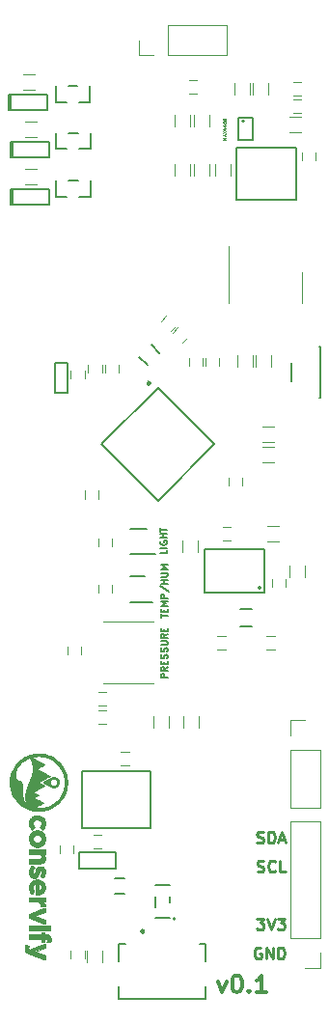
<source format=gbr>
G04 #@! TF.FileFunction,Legend,Top*
%FSLAX46Y46*%
G04 Gerber Fmt 4.6, Leading zero omitted, Abs format (unit mm)*
G04 Created by KiCad (PCBNEW 4.0.7-e1-6374~58~ubuntu16.04.1) date Thu Aug 24 13:52:24 2017*
%MOMM*%
%LPD*%
G01*
G04 APERTURE LIST*
%ADD10C,0.100000*%
%ADD11C,0.150000*%
%ADD12C,0.250000*%
%ADD13C,0.300000*%
%ADD14C,0.120000*%
%ADD15C,0.010000*%
%ADD16C,0.075000*%
G04 APERTURE END LIST*
D10*
D11*
X13479429Y11519000D02*
X13479429Y11233286D01*
X12879429Y11233286D01*
X13479429Y11719000D02*
X12879429Y11719000D01*
X12908000Y12319000D02*
X12879429Y12261857D01*
X12879429Y12176143D01*
X12908000Y12090428D01*
X12965143Y12033286D01*
X13022286Y12004714D01*
X13136571Y11976143D01*
X13222286Y11976143D01*
X13336571Y12004714D01*
X13393714Y12033286D01*
X13450857Y12090428D01*
X13479429Y12176143D01*
X13479429Y12233286D01*
X13450857Y12319000D01*
X13422286Y12347571D01*
X13222286Y12347571D01*
X13222286Y12233286D01*
X13479429Y12604714D02*
X12879429Y12604714D01*
X13165143Y12604714D02*
X13165143Y12947571D01*
X13479429Y12947571D02*
X12879429Y12947571D01*
X12879429Y13147571D02*
X12879429Y13490428D01*
X13479429Y13318999D02*
X12879429Y13318999D01*
X13530229Y303486D02*
X12930229Y303486D01*
X12930229Y532058D01*
X12958800Y589200D01*
X12987371Y617772D01*
X13044514Y646343D01*
X13130229Y646343D01*
X13187371Y617772D01*
X13215943Y589200D01*
X13244514Y532058D01*
X13244514Y303486D01*
X13530229Y1246343D02*
X13244514Y1046343D01*
X13530229Y903486D02*
X12930229Y903486D01*
X12930229Y1132058D01*
X12958800Y1189200D01*
X12987371Y1217772D01*
X13044514Y1246343D01*
X13130229Y1246343D01*
X13187371Y1217772D01*
X13215943Y1189200D01*
X13244514Y1132058D01*
X13244514Y903486D01*
X13215943Y1503486D02*
X13215943Y1703486D01*
X13530229Y1789200D02*
X13530229Y1503486D01*
X12930229Y1503486D01*
X12930229Y1789200D01*
X13501657Y2017772D02*
X13530229Y2103486D01*
X13530229Y2246343D01*
X13501657Y2303486D01*
X13473086Y2332057D01*
X13415943Y2360629D01*
X13358800Y2360629D01*
X13301657Y2332057D01*
X13273086Y2303486D01*
X13244514Y2246343D01*
X13215943Y2132057D01*
X13187371Y2074915D01*
X13158800Y2046343D01*
X13101657Y2017772D01*
X13044514Y2017772D01*
X12987371Y2046343D01*
X12958800Y2074915D01*
X12930229Y2132057D01*
X12930229Y2274915D01*
X12958800Y2360629D01*
X13501657Y2589201D02*
X13530229Y2674915D01*
X13530229Y2817772D01*
X13501657Y2874915D01*
X13473086Y2903486D01*
X13415943Y2932058D01*
X13358800Y2932058D01*
X13301657Y2903486D01*
X13273086Y2874915D01*
X13244514Y2817772D01*
X13215943Y2703486D01*
X13187371Y2646344D01*
X13158800Y2617772D01*
X13101657Y2589201D01*
X13044514Y2589201D01*
X12987371Y2617772D01*
X12958800Y2646344D01*
X12930229Y2703486D01*
X12930229Y2846344D01*
X12958800Y2932058D01*
X12930229Y3189201D02*
X13415943Y3189201D01*
X13473086Y3217773D01*
X13501657Y3246344D01*
X13530229Y3303487D01*
X13530229Y3417773D01*
X13501657Y3474915D01*
X13473086Y3503487D01*
X13415943Y3532058D01*
X12930229Y3532058D01*
X13530229Y4160629D02*
X13244514Y3960629D01*
X13530229Y3817772D02*
X12930229Y3817772D01*
X12930229Y4046344D01*
X12958800Y4103486D01*
X12987371Y4132058D01*
X13044514Y4160629D01*
X13130229Y4160629D01*
X13187371Y4132058D01*
X13215943Y4103486D01*
X13244514Y4046344D01*
X13244514Y3817772D01*
X13215943Y4417772D02*
X13215943Y4617772D01*
X13530229Y4703486D02*
X13530229Y4417772D01*
X12930229Y4417772D01*
X12930229Y4703486D01*
X12930229Y5553373D02*
X12930229Y5896230D01*
X13530229Y5724801D02*
X12930229Y5724801D01*
X13215943Y6096230D02*
X13215943Y6296230D01*
X13530229Y6381944D02*
X13530229Y6096230D01*
X12930229Y6096230D01*
X12930229Y6381944D01*
X13530229Y6639087D02*
X12930229Y6639087D01*
X13358800Y6839087D01*
X12930229Y7039087D01*
X13530229Y7039087D01*
X13530229Y7324801D02*
X12930229Y7324801D01*
X12930229Y7553373D01*
X12958800Y7610515D01*
X12987371Y7639087D01*
X13044514Y7667658D01*
X13130229Y7667658D01*
X13187371Y7639087D01*
X13215943Y7610515D01*
X13244514Y7553373D01*
X13244514Y7324801D01*
X12901657Y8353373D02*
X13673086Y7839087D01*
X13530229Y8553372D02*
X12930229Y8553372D01*
X13215943Y8553372D02*
X13215943Y8896229D01*
X13530229Y8896229D02*
X12930229Y8896229D01*
X12930229Y9181943D02*
X13415943Y9181943D01*
X13473086Y9210515D01*
X13501657Y9239086D01*
X13530229Y9296229D01*
X13530229Y9410515D01*
X13501657Y9467657D01*
X13473086Y9496229D01*
X13415943Y9524800D01*
X12930229Y9524800D01*
X13530229Y9810514D02*
X12930229Y9810514D01*
X13358800Y10010514D01*
X12930229Y10210514D01*
X13530229Y10210514D01*
D12*
X21717096Y-23376000D02*
X21621858Y-23328381D01*
X21479001Y-23328381D01*
X21336143Y-23376000D01*
X21240905Y-23471238D01*
X21193286Y-23566476D01*
X21145667Y-23756952D01*
X21145667Y-23899810D01*
X21193286Y-24090286D01*
X21240905Y-24185524D01*
X21336143Y-24280762D01*
X21479001Y-24328381D01*
X21574239Y-24328381D01*
X21717096Y-24280762D01*
X21764715Y-24233143D01*
X21764715Y-23899810D01*
X21574239Y-23899810D01*
X22193286Y-24328381D02*
X22193286Y-23328381D01*
X22764715Y-24328381D01*
X22764715Y-23328381D01*
X23240905Y-24328381D02*
X23240905Y-23328381D01*
X23479000Y-23328381D01*
X23621858Y-23376000D01*
X23717096Y-23471238D01*
X23764715Y-23566476D01*
X23812334Y-23756952D01*
X23812334Y-23899810D01*
X23764715Y-24090286D01*
X23717096Y-24185524D01*
X23621858Y-24280762D01*
X23479000Y-24328381D01*
X23240905Y-24328381D01*
X21367905Y-20788381D02*
X21986953Y-20788381D01*
X21653619Y-21169333D01*
X21796477Y-21169333D01*
X21891715Y-21216952D01*
X21939334Y-21264571D01*
X21986953Y-21359810D01*
X21986953Y-21597905D01*
X21939334Y-21693143D01*
X21891715Y-21740762D01*
X21796477Y-21788381D01*
X21510762Y-21788381D01*
X21415524Y-21740762D01*
X21367905Y-21693143D01*
X22272667Y-20788381D02*
X22606000Y-21788381D01*
X22939334Y-20788381D01*
X23177429Y-20788381D02*
X23796477Y-20788381D01*
X23463143Y-21169333D01*
X23606001Y-21169333D01*
X23701239Y-21216952D01*
X23748858Y-21264571D01*
X23796477Y-21359810D01*
X23796477Y-21597905D01*
X23748858Y-21693143D01*
X23701239Y-21740762D01*
X23606001Y-21788381D01*
X23320286Y-21788381D01*
X23225048Y-21740762D01*
X23177429Y-21693143D01*
X21415524Y-16660762D02*
X21558381Y-16708381D01*
X21796477Y-16708381D01*
X21891715Y-16660762D01*
X21939334Y-16613143D01*
X21986953Y-16517905D01*
X21986953Y-16422667D01*
X21939334Y-16327429D01*
X21891715Y-16279810D01*
X21796477Y-16232190D01*
X21606000Y-16184571D01*
X21510762Y-16136952D01*
X21463143Y-16089333D01*
X21415524Y-15994095D01*
X21415524Y-15898857D01*
X21463143Y-15803619D01*
X21510762Y-15756000D01*
X21606000Y-15708381D01*
X21844096Y-15708381D01*
X21986953Y-15756000D01*
X22986953Y-16613143D02*
X22939334Y-16660762D01*
X22796477Y-16708381D01*
X22701239Y-16708381D01*
X22558381Y-16660762D01*
X22463143Y-16565524D01*
X22415524Y-16470286D01*
X22367905Y-16279810D01*
X22367905Y-16136952D01*
X22415524Y-15946476D01*
X22463143Y-15851238D01*
X22558381Y-15756000D01*
X22701239Y-15708381D01*
X22796477Y-15708381D01*
X22939334Y-15756000D01*
X22986953Y-15803619D01*
X23891715Y-16708381D02*
X23415524Y-16708381D01*
X23415524Y-15708381D01*
X21391714Y-14120762D02*
X21534571Y-14168381D01*
X21772667Y-14168381D01*
X21867905Y-14120762D01*
X21915524Y-14073143D01*
X21963143Y-13977905D01*
X21963143Y-13882667D01*
X21915524Y-13787429D01*
X21867905Y-13739810D01*
X21772667Y-13692190D01*
X21582190Y-13644571D01*
X21486952Y-13596952D01*
X21439333Y-13549333D01*
X21391714Y-13454095D01*
X21391714Y-13358857D01*
X21439333Y-13263619D01*
X21486952Y-13216000D01*
X21582190Y-13168381D01*
X21820286Y-13168381D01*
X21963143Y-13216000D01*
X22391714Y-14168381D02*
X22391714Y-13168381D01*
X22629809Y-13168381D01*
X22772667Y-13216000D01*
X22867905Y-13311238D01*
X22915524Y-13406476D01*
X22963143Y-13596952D01*
X22963143Y-13739810D01*
X22915524Y-13930286D01*
X22867905Y-14025524D01*
X22772667Y-14120762D01*
X22629809Y-14168381D01*
X22391714Y-14168381D01*
X23344095Y-13882667D02*
X23820286Y-13882667D01*
X23248857Y-14168381D02*
X23582190Y-13168381D01*
X23915524Y-14168381D01*
D13*
X17986644Y-26285071D02*
X18343787Y-27285071D01*
X18700929Y-26285071D01*
X19558072Y-25785071D02*
X19700929Y-25785071D01*
X19843786Y-25856500D01*
X19915215Y-25927929D01*
X19986644Y-26070786D01*
X20058072Y-26356500D01*
X20058072Y-26713643D01*
X19986644Y-26999357D01*
X19915215Y-27142214D01*
X19843786Y-27213643D01*
X19700929Y-27285071D01*
X19558072Y-27285071D01*
X19415215Y-27213643D01*
X19343786Y-27142214D01*
X19272358Y-26999357D01*
X19200929Y-26713643D01*
X19200929Y-26356500D01*
X19272358Y-26070786D01*
X19343786Y-25927929D01*
X19415215Y-25856500D01*
X19558072Y-25785071D01*
X20700929Y-27142214D02*
X20772357Y-27213643D01*
X20700929Y-27285071D01*
X20629500Y-27213643D01*
X20700929Y-27142214D01*
X20700929Y-27285071D01*
X22200929Y-27285071D02*
X21343786Y-27285071D01*
X21772358Y-27285071D02*
X21772358Y-25785071D01*
X21629501Y-25999357D01*
X21486643Y-26142214D01*
X21343786Y-26213643D01*
D14*
X20094500Y17876000D02*
X20094500Y17176000D01*
X18894500Y17176000D02*
X18894500Y17876000D01*
D11*
X11740000Y13419000D02*
X10290000Y13419000D01*
X12465000Y11219000D02*
X10290000Y11219000D01*
D14*
X14273451Y31204923D02*
X13778477Y30709949D01*
X12929949Y31558477D02*
X13424923Y32053451D01*
X15289451Y30188923D02*
X14794477Y29693949D01*
X13945949Y30542477D02*
X14440923Y31037451D01*
X15440100Y27704300D02*
X15440100Y28404300D01*
X16640100Y28404300D02*
X16640100Y27704300D01*
X5051500Y26571500D02*
X5051500Y27271500D01*
X6251500Y27271500D02*
X6251500Y26571500D01*
X16837100Y27704300D02*
X16837100Y28404300D01*
X18037100Y28404300D02*
X18037100Y27704300D01*
X8036000Y27082000D02*
X8036000Y27782000D01*
X9236000Y27782000D02*
X9236000Y27082000D01*
X7458000Y16733000D02*
X7458000Y16033000D01*
X6258000Y16033000D02*
X6258000Y16733000D01*
X6575500Y27082000D02*
X6575500Y27782000D01*
X7775500Y27782000D02*
X7775500Y27082000D01*
X7464500Y11842000D02*
X7464500Y12542000D01*
X8664500Y12542000D02*
X8664500Y11842000D01*
X5934000Y3080500D02*
X5934000Y2380500D01*
X4734000Y2380500D02*
X4734000Y3080500D01*
X7460500Y-2511500D02*
X8160500Y-2511500D01*
X8160500Y-3711500D02*
X7460500Y-3711500D01*
X7463000Y-924000D02*
X8163000Y-924000D01*
X8163000Y-2124000D02*
X7463000Y-2124000D01*
X22236682Y4016680D02*
X22936682Y4016680D01*
X22936682Y2816680D02*
X22236682Y2816680D01*
X23893679Y9009817D02*
X23893679Y8309817D01*
X22693679Y8309817D02*
X22693679Y9009817D01*
X18618682Y2816680D02*
X17918682Y2816680D01*
X17918682Y4016680D02*
X18618682Y4016680D01*
X18371679Y13577817D02*
X19071679Y13577817D01*
X19071679Y12377817D02*
X18371679Y12377817D01*
X8664500Y8478000D02*
X8664500Y7778000D01*
X7464500Y7778000D02*
X7464500Y8478000D01*
D11*
X3641000Y25306500D02*
X3641000Y27906500D01*
X3641000Y27906500D02*
X4741000Y27906500D01*
X4741000Y27906500D02*
X4741000Y25306500D01*
X4741000Y25306500D02*
X3641000Y25306500D01*
D14*
X21000000Y28630500D02*
X21000000Y27630500D01*
X19640000Y27630500D02*
X19640000Y28630500D01*
X22587500Y28630500D02*
X22587500Y27630500D01*
X21227500Y27630500D02*
X21227500Y28630500D01*
X16226679Y12334817D02*
X16226679Y11334817D01*
X14866679Y11334817D02*
X14866679Y12334817D01*
X23285679Y12297817D02*
X22285679Y12297817D01*
X22285679Y13657817D02*
X23285679Y13657817D01*
X24212000Y9152000D02*
X24212000Y10152000D01*
X25572000Y10152000D02*
X25572000Y9152000D01*
D11*
X26976300Y29389000D02*
X26976300Y24889000D01*
X26826300Y29389000D02*
X26976300Y29389000D01*
X24376300Y27939000D02*
X24376300Y26339000D01*
X26976300Y24889000D02*
X26826300Y24889000D01*
D13*
X11957538Y26166656D02*
G75*
G03X11957538Y26166656I-70711J0D01*
G01*
D11*
X12700000Y15878253D02*
X17649747Y20828000D01*
X7750253Y20828000D02*
X12700000Y25777747D01*
X12700000Y25777747D02*
X17649747Y20828000D01*
X7750253Y20828000D02*
X12700000Y15878253D01*
X21741103Y8228180D02*
G75*
G03X21741103Y8228180I-141421J0D01*
G01*
X16799682Y7828180D02*
X21999682Y7828180D01*
X16799682Y11628180D02*
X16799682Y7828180D01*
X21999682Y11628180D02*
X16799682Y11628180D01*
X21999682Y7828180D02*
X21999682Y11628180D01*
X11572000Y9224470D02*
X10272000Y9224470D01*
X12172000Y6924470D02*
X10272000Y6924470D01*
X11054117Y28461723D02*
X11761223Y27754617D01*
X12114777Y29522383D02*
X12821883Y28815277D01*
X20927682Y6325680D02*
X19927682Y6325680D01*
X20927682Y4825680D02*
X19927682Y4825680D01*
D14*
X18883000Y33236000D02*
X18863000Y33236000D01*
X18863000Y33236000D02*
X18863000Y35896000D01*
X18863000Y35896000D02*
X18883000Y35896000D01*
X25313000Y33236000D02*
X25333000Y33236000D01*
X25333000Y33236000D02*
X25333000Y35896000D01*
X25333000Y35896000D02*
X25313000Y35896000D01*
X18883000Y38201000D02*
X18883000Y35896000D01*
D11*
X-25200Y43194200D02*
X3174800Y43194200D01*
X3174800Y43194200D02*
X3174800Y41794200D01*
X3174800Y41794200D02*
X-25200Y41794200D01*
X-25200Y41794200D02*
X-25200Y43194200D01*
X-25200Y43194200D02*
X-225200Y43194200D01*
X-225200Y43194200D02*
X-225200Y41794200D01*
X-225200Y41794200D02*
X-25200Y41794200D01*
X-64200Y47372500D02*
X3135800Y47372500D01*
X3135800Y47372500D02*
X3135800Y45972500D01*
X3135800Y45972500D02*
X-64200Y45972500D01*
X-64200Y45972500D02*
X-64200Y47372500D01*
X-64200Y47372500D02*
X-264200Y47372500D01*
X-264200Y47372500D02*
X-264200Y45972500D01*
X-264200Y45972500D02*
X-64200Y45972500D01*
X-203900Y51512700D02*
X2996100Y51512700D01*
X2996100Y51512700D02*
X2996100Y50112700D01*
X2996100Y50112700D02*
X-203900Y50112700D01*
X-203900Y50112700D02*
X-203900Y51512700D01*
X-203900Y51512700D02*
X-403900Y51512700D01*
X-403900Y51512700D02*
X-403900Y50112700D01*
X-403900Y50112700D02*
X-203900Y50112700D01*
X3757800Y43929200D02*
X3757800Y42529200D01*
X4657800Y42529200D02*
X3757800Y42529200D01*
X6757800Y42529200D02*
X5757800Y42529200D01*
X6757800Y43929200D02*
X6757800Y42529200D01*
X5657800Y43929200D02*
X4857800Y43929200D01*
X3757800Y48114500D02*
X3757800Y46714500D01*
X4657800Y46714500D02*
X3757800Y46714500D01*
X6757800Y46714500D02*
X5757800Y46714500D01*
X6757800Y48114500D02*
X6757800Y46714500D01*
X5657800Y48114500D02*
X4857800Y48114500D01*
X3745100Y52247700D02*
X3745100Y50847700D01*
X4645100Y50847700D02*
X3745100Y50847700D01*
X6745100Y50847700D02*
X5745100Y50847700D01*
X6745100Y52247700D02*
X6745100Y50847700D01*
X5645100Y52247700D02*
X4845100Y52247700D01*
D15*
G36*
X4721067Y-8905309D02*
X4720471Y-8961187D01*
X4719253Y-9009299D01*
X4717229Y-9052112D01*
X4714217Y-9092090D01*
X4710033Y-9131701D01*
X4704493Y-9173409D01*
X4697415Y-9219680D01*
X4689240Y-9269271D01*
X4654188Y-9439626D01*
X4607174Y-9606536D01*
X4548612Y-9769412D01*
X4478914Y-9927666D01*
X4398493Y-10080708D01*
X4307763Y-10227949D01*
X4207137Y-10368800D01*
X4097027Y-10502671D01*
X3977847Y-10628973D01*
X3850010Y-10747117D01*
X3713929Y-10856513D01*
X3570016Y-10956573D01*
X3459003Y-11024099D01*
X3300735Y-11107704D01*
X3138951Y-11179127D01*
X2973601Y-11238382D01*
X2804631Y-11285481D01*
X2631990Y-11320436D01*
X2455625Y-11343260D01*
X2275483Y-11353967D01*
X2100612Y-11352918D01*
X1925732Y-11340157D01*
X1752681Y-11315005D01*
X1582098Y-11277715D01*
X1414622Y-11228541D01*
X1250893Y-11167734D01*
X1091549Y-11095549D01*
X937229Y-11012238D01*
X788574Y-10918055D01*
X646222Y-10813253D01*
X562220Y-10743754D01*
X520790Y-10706435D01*
X474160Y-10661884D01*
X424782Y-10612641D01*
X375110Y-10561249D01*
X327596Y-10510247D01*
X284693Y-10462177D01*
X248855Y-10419581D01*
X246571Y-10416742D01*
X139714Y-10273523D01*
X43568Y-10124078D01*
X-41489Y-9969097D01*
X-115075Y-9809265D01*
X-172378Y-9658350D01*
X-224665Y-9486264D01*
X-264552Y-9312085D01*
X-291976Y-9136298D01*
X-306871Y-8959389D01*
X-309171Y-8781845D01*
X-304196Y-8670925D01*
X-286012Y-8493887D01*
X-255561Y-8319496D01*
X-213108Y-8148332D01*
X-158917Y-7980978D01*
X-93253Y-7818016D01*
X-16380Y-7660027D01*
X71438Y-7507594D01*
X169935Y-7361298D01*
X278848Y-7221722D01*
X397913Y-7089447D01*
X428711Y-7058110D01*
X558632Y-6937016D01*
X695635Y-6826214D01*
X839121Y-6725881D01*
X988491Y-6636195D01*
X1143147Y-6557334D01*
X1302489Y-6489475D01*
X1424647Y-6447109D01*
X1424647Y-6694840D01*
X1415858Y-6696094D01*
X1397385Y-6701921D01*
X1371085Y-6711588D01*
X1338810Y-6724361D01*
X1302416Y-6739506D01*
X1263757Y-6756289D01*
X1224785Y-6773932D01*
X1189023Y-6791526D01*
X1145761Y-6814449D01*
X1098045Y-6840950D01*
X1048919Y-6869281D01*
X1001429Y-6897691D01*
X958621Y-6924433D01*
X930425Y-6943017D01*
X811349Y-7030234D01*
X695948Y-7126851D01*
X586094Y-7231001D01*
X483665Y-7340815D01*
X390534Y-7454425D01*
X323211Y-7547938D01*
X288082Y-7608649D01*
X256797Y-7680681D01*
X229603Y-7763174D01*
X206748Y-7855268D01*
X188482Y-7956104D01*
X175712Y-8058150D01*
X173564Y-8091395D01*
X172624Y-8133204D01*
X172847Y-8179502D01*
X174185Y-8226213D01*
X176591Y-8269263D01*
X178403Y-8290409D01*
X190382Y-8374043D01*
X208698Y-8451487D01*
X232855Y-8521304D01*
X262355Y-8582056D01*
X296454Y-8632003D01*
X327099Y-8664785D01*
X359599Y-8689278D01*
X397038Y-8707170D01*
X442500Y-8720151D01*
X465659Y-8724711D01*
X526485Y-8738511D01*
X576838Y-8756979D01*
X618392Y-8781074D01*
X652820Y-8811751D01*
X680232Y-8847529D01*
X699525Y-8881136D01*
X716069Y-8918528D01*
X730020Y-8960739D01*
X741533Y-9008800D01*
X750764Y-9063742D01*
X757870Y-9126597D01*
X763005Y-9198397D01*
X766325Y-9280174D01*
X767988Y-9372959D01*
X768252Y-9430406D01*
X769989Y-9579490D01*
X775009Y-9716485D01*
X783311Y-9841352D01*
X794890Y-9954053D01*
X809744Y-10054550D01*
X823034Y-10121900D01*
X856438Y-10247396D01*
X899339Y-10367009D01*
X951265Y-10479882D01*
X1011743Y-10585158D01*
X1080301Y-10681981D01*
X1156465Y-10769495D01*
X1207738Y-10819098D01*
X1233469Y-10842344D01*
X1200078Y-10775809D01*
X1183686Y-10741885D01*
X1166765Y-10704773D01*
X1151800Y-10670014D01*
X1144779Y-10652556D01*
X1128855Y-10606839D01*
X1112608Y-10552205D01*
X1096955Y-10492375D01*
X1082817Y-10431069D01*
X1071111Y-10372010D01*
X1063154Y-10321925D01*
X1058519Y-10277260D01*
X1055059Y-10223180D01*
X1052802Y-10162916D01*
X1051776Y-10099700D01*
X1052006Y-10036765D01*
X1053522Y-9977342D01*
X1056350Y-9924664D01*
X1059508Y-9890125D01*
X1084622Y-9722057D01*
X1121263Y-9551343D01*
X1169004Y-9379622D01*
X1227418Y-9208533D01*
X1257865Y-9130220D01*
X1268587Y-9103848D01*
X1278849Y-9079043D01*
X1289307Y-9054338D01*
X1300619Y-9028265D01*
X1313440Y-8999355D01*
X1328428Y-8966140D01*
X1346238Y-8927152D01*
X1367529Y-8880922D01*
X1392956Y-8825983D01*
X1419973Y-8767762D01*
X1492756Y-8599469D01*
X1554320Y-8432404D01*
X1604640Y-8266944D01*
X1643693Y-8103466D01*
X1671453Y-7942346D01*
X1687894Y-7783962D01*
X1692993Y-7628690D01*
X1686724Y-7476908D01*
X1669063Y-7328992D01*
X1639984Y-7185319D01*
X1599462Y-7046267D01*
X1547473Y-6912212D01*
X1543269Y-6902724D01*
X1528771Y-6871827D01*
X1511894Y-6838332D01*
X1493782Y-6804240D01*
X1475574Y-6771551D01*
X1458413Y-6742265D01*
X1443441Y-6718383D01*
X1431797Y-6701905D01*
X1424647Y-6694840D01*
X1424647Y-6447109D01*
X1465919Y-6432795D01*
X1632837Y-6387473D01*
X1802645Y-6353686D01*
X1974744Y-6331611D01*
X2148536Y-6321427D01*
X2276510Y-6322804D01*
X2276510Y-6553601D01*
X2201418Y-6553635D01*
X2124412Y-6555440D01*
X2048716Y-6558921D01*
X1977558Y-6563986D01*
X1914162Y-6570540D01*
X1885950Y-6574412D01*
X1843026Y-6581386D01*
X1797697Y-6589552D01*
X1751561Y-6598540D01*
X1706217Y-6607979D01*
X1663263Y-6617499D01*
X1624296Y-6626731D01*
X1590916Y-6635305D01*
X1564721Y-6642851D01*
X1547309Y-6648999D01*
X1540278Y-6653379D01*
X1540493Y-6654358D01*
X1546455Y-6657601D01*
X1563000Y-6666227D01*
X1589391Y-6679858D01*
X1624892Y-6698119D01*
X1668768Y-6720632D01*
X1720281Y-6747021D01*
X1778696Y-6776908D01*
X1843276Y-6809917D01*
X1913285Y-6845670D01*
X1987987Y-6883792D01*
X2066646Y-6923904D01*
X2148525Y-6965631D01*
X2151248Y-6967018D01*
X2233198Y-7008805D01*
X2311924Y-7049023D01*
X2386691Y-7087295D01*
X2456766Y-7123240D01*
X2521415Y-7156480D01*
X2579903Y-7186636D01*
X2631497Y-7213329D01*
X2675463Y-7236179D01*
X2711066Y-7254807D01*
X2737573Y-7268835D01*
X2754249Y-7277883D01*
X2760361Y-7281572D01*
X2760374Y-7281599D01*
X2755178Y-7285374D01*
X2739689Y-7294580D01*
X2714837Y-7308707D01*
X2681554Y-7327243D01*
X2640769Y-7349677D01*
X2593415Y-7375498D01*
X2540421Y-7404196D01*
X2482718Y-7435258D01*
X2421237Y-7468174D01*
X2400099Y-7479451D01*
X2337529Y-7512870D01*
X2278387Y-7544586D01*
X2223608Y-7574090D01*
X2174129Y-7600871D01*
X2130885Y-7624419D01*
X2094810Y-7644226D01*
X2066840Y-7659780D01*
X2047911Y-7670572D01*
X2038957Y-7676093D01*
X2038350Y-7676671D01*
X2043869Y-7680131D01*
X2059931Y-7689028D01*
X2085796Y-7702972D01*
X2120720Y-7721574D01*
X2163964Y-7744444D01*
X2214786Y-7771192D01*
X2272444Y-7801429D01*
X2336198Y-7834765D01*
X2405305Y-7870811D01*
X2479024Y-7909177D01*
X2556614Y-7949474D01*
X2624138Y-7984478D01*
X2704494Y-8026117D01*
X2781675Y-8066147D01*
X2854932Y-8104177D01*
X2923517Y-8139818D01*
X2986681Y-8172678D01*
X3043677Y-8202368D01*
X3093756Y-8228499D01*
X3136169Y-8250679D01*
X3170169Y-8268519D01*
X3195007Y-8281629D01*
X3209935Y-8289619D01*
X3214264Y-8292083D01*
X3209427Y-8295612D01*
X3194148Y-8304678D01*
X3169200Y-8318859D01*
X3135357Y-8337731D01*
X3093392Y-8360872D01*
X3044078Y-8387859D01*
X2988187Y-8418269D01*
X2926493Y-8451679D01*
X2859769Y-8487667D01*
X2788788Y-8525809D01*
X2714324Y-8565683D01*
X2701569Y-8572500D01*
X2626506Y-8612636D01*
X2554716Y-8651089D01*
X2486981Y-8687436D01*
X2424081Y-8721254D01*
X2366797Y-8752123D01*
X2315911Y-8779620D01*
X2272202Y-8803322D01*
X2236453Y-8822808D01*
X2209443Y-8837656D01*
X2191955Y-8847443D01*
X2184768Y-8851748D01*
X2184626Y-8851900D01*
X2190109Y-8855359D01*
X2205792Y-8864048D01*
X2230581Y-8877388D01*
X2263380Y-8894801D01*
X2303096Y-8915708D01*
X2348634Y-8939531D01*
X2398900Y-8965692D01*
X2452798Y-8993613D01*
X2454433Y-8994458D01*
X2508429Y-9022448D01*
X2558819Y-9048738D01*
X2604509Y-9072744D01*
X2644404Y-9093883D01*
X2677410Y-9111572D01*
X2702432Y-9125227D01*
X2718376Y-9134266D01*
X2724146Y-9138106D01*
X2724150Y-9138133D01*
X2718679Y-9141694D01*
X2702795Y-9150792D01*
X2677296Y-9164995D01*
X2642978Y-9183870D01*
X2600639Y-9206984D01*
X2551076Y-9233904D01*
X2495084Y-9264197D01*
X2433462Y-9297431D01*
X2367006Y-9333172D01*
X2296513Y-9370988D01*
X2227263Y-9408049D01*
X2153066Y-9447721D01*
X2081684Y-9485905D01*
X2013966Y-9522144D01*
X1950761Y-9555985D01*
X1892917Y-9586973D01*
X1841283Y-9614652D01*
X1796706Y-9638569D01*
X1760035Y-9658268D01*
X1732118Y-9673294D01*
X1713804Y-9683194D01*
X1706288Y-9687313D01*
X1682200Y-9700953D01*
X1934888Y-9831623D01*
X1987068Y-9858722D01*
X2035571Y-9884134D01*
X2079272Y-9907254D01*
X2117044Y-9927475D01*
X2147762Y-9944192D01*
X2170300Y-9956798D01*
X2183531Y-9964686D01*
X2186668Y-9967167D01*
X2181051Y-9971173D01*
X2165467Y-9980428D01*
X2141169Y-9994233D01*
X2109411Y-10011893D01*
X2071447Y-10032709D01*
X2028531Y-10055984D01*
X1982013Y-10080970D01*
X1935628Y-10105920D01*
X1893151Y-10129060D01*
X1855799Y-10149706D01*
X1824789Y-10167170D01*
X1801339Y-10180768D01*
X1786667Y-10189813D01*
X1781989Y-10193620D01*
X1782000Y-10193632D01*
X1788110Y-10197081D01*
X1804622Y-10205892D01*
X1830651Y-10219604D01*
X1865312Y-10237756D01*
X1907722Y-10259888D01*
X1956995Y-10285537D01*
X2012247Y-10314244D01*
X2072594Y-10345546D01*
X2137150Y-10378984D01*
X2205032Y-10414096D01*
X2207206Y-10415221D01*
X2275070Y-10450341D01*
X2339546Y-10483790D01*
X2399761Y-10515111D01*
X2454842Y-10543845D01*
X2503913Y-10569532D01*
X2546100Y-10591714D01*
X2580529Y-10609933D01*
X2606327Y-10623730D01*
X2622618Y-10632647D01*
X2628528Y-10636224D01*
X2628536Y-10636250D01*
X2623153Y-10639865D01*
X2607636Y-10649298D01*
X2582860Y-10664038D01*
X2549702Y-10683571D01*
X2509036Y-10707387D01*
X2461739Y-10734973D01*
X2408686Y-10765818D01*
X2350754Y-10799409D01*
X2288817Y-10835234D01*
X2238099Y-10864509D01*
X2173762Y-10901712D01*
X2112865Y-10937120D01*
X2056269Y-10970221D01*
X2004838Y-11000499D01*
X1959434Y-11027441D01*
X1920919Y-11050534D01*
X1890156Y-11069264D01*
X1868006Y-11083118D01*
X1855333Y-11091582D01*
X1852590Y-11094120D01*
X1863080Y-11098344D01*
X1884601Y-11102570D01*
X1915482Y-11106670D01*
X1954056Y-11110517D01*
X1998652Y-11113982D01*
X2047602Y-11116939D01*
X2099236Y-11119258D01*
X2151886Y-11120812D01*
X2203882Y-11121473D01*
X2209800Y-11121486D01*
X2319015Y-11119830D01*
X2419620Y-11114352D01*
X2515236Y-11104651D01*
X2609485Y-11090320D01*
X2705987Y-11070958D01*
X2746375Y-11061631D01*
X2907844Y-11016993D01*
X3063279Y-10961511D01*
X3213652Y-10894759D01*
X3359935Y-10816311D01*
X3486150Y-10737197D01*
X3552132Y-10691694D01*
X3611830Y-10647508D01*
X3668167Y-10602216D01*
X3724064Y-10553393D01*
X3782444Y-10498614D01*
X3829323Y-10452456D01*
X3910235Y-10368426D01*
X3982053Y-10286966D01*
X4047111Y-10205112D01*
X4107748Y-10119902D01*
X4166299Y-10028371D01*
X4174942Y-10014088D01*
X4256279Y-9866673D01*
X4325910Y-9715035D01*
X4383855Y-9559834D01*
X4430130Y-9401730D01*
X4464754Y-9241385D01*
X4487745Y-9079457D01*
X4499120Y-8916609D01*
X4498898Y-8753501D01*
X4487097Y-8590794D01*
X4463734Y-8429147D01*
X4428828Y-8269222D01*
X4382396Y-8111679D01*
X4324457Y-7957178D01*
X4255029Y-7806381D01*
X4174129Y-7659948D01*
X4108050Y-7556500D01*
X4007889Y-7419766D01*
X3898736Y-7291703D01*
X3781165Y-7172648D01*
X3655750Y-7062937D01*
X3523064Y-6962908D01*
X3383683Y-6872896D01*
X3238180Y-6793240D01*
X3087129Y-6724274D01*
X2931104Y-6666337D01*
X2770679Y-6619765D01*
X2606429Y-6584895D01*
X2438927Y-6562062D01*
X2408045Y-6559220D01*
X2346461Y-6555431D01*
X2276510Y-6553601D01*
X2276510Y-6322804D01*
X2323420Y-6323310D01*
X2498799Y-6337439D01*
X2674073Y-6363991D01*
X2730933Y-6375329D01*
X2902010Y-6417825D01*
X3068202Y-6471740D01*
X3229069Y-6536619D01*
X3384174Y-6612007D01*
X3533079Y-6697449D01*
X3675344Y-6792491D01*
X3810533Y-6896678D01*
X3938206Y-7009555D01*
X4057927Y-7130667D01*
X4169255Y-7259560D01*
X4271754Y-7395778D01*
X4364985Y-7538868D01*
X4448510Y-7688374D01*
X4521890Y-7843842D01*
X4584688Y-8004817D01*
X4636465Y-8170843D01*
X4676783Y-8341467D01*
X4689005Y-8407400D01*
X4697740Y-8459632D01*
X4704761Y-8505389D01*
X4710251Y-8547110D01*
X4714392Y-8587232D01*
X4717365Y-8628191D01*
X4719353Y-8672427D01*
X4720537Y-8722375D01*
X4721100Y-8780473D01*
X4721225Y-8839200D01*
X4721067Y-8905309D01*
X4721067Y-8905309D01*
G37*
X4721067Y-8905309D02*
X4720471Y-8961187D01*
X4719253Y-9009299D01*
X4717229Y-9052112D01*
X4714217Y-9092090D01*
X4710033Y-9131701D01*
X4704493Y-9173409D01*
X4697415Y-9219680D01*
X4689240Y-9269271D01*
X4654188Y-9439626D01*
X4607174Y-9606536D01*
X4548612Y-9769412D01*
X4478914Y-9927666D01*
X4398493Y-10080708D01*
X4307763Y-10227949D01*
X4207137Y-10368800D01*
X4097027Y-10502671D01*
X3977847Y-10628973D01*
X3850010Y-10747117D01*
X3713929Y-10856513D01*
X3570016Y-10956573D01*
X3459003Y-11024099D01*
X3300735Y-11107704D01*
X3138951Y-11179127D01*
X2973601Y-11238382D01*
X2804631Y-11285481D01*
X2631990Y-11320436D01*
X2455625Y-11343260D01*
X2275483Y-11353967D01*
X2100612Y-11352918D01*
X1925732Y-11340157D01*
X1752681Y-11315005D01*
X1582098Y-11277715D01*
X1414622Y-11228541D01*
X1250893Y-11167734D01*
X1091549Y-11095549D01*
X937229Y-11012238D01*
X788574Y-10918055D01*
X646222Y-10813253D01*
X562220Y-10743754D01*
X520790Y-10706435D01*
X474160Y-10661884D01*
X424782Y-10612641D01*
X375110Y-10561249D01*
X327596Y-10510247D01*
X284693Y-10462177D01*
X248855Y-10419581D01*
X246571Y-10416742D01*
X139714Y-10273523D01*
X43568Y-10124078D01*
X-41489Y-9969097D01*
X-115075Y-9809265D01*
X-172378Y-9658350D01*
X-224665Y-9486264D01*
X-264552Y-9312085D01*
X-291976Y-9136298D01*
X-306871Y-8959389D01*
X-309171Y-8781845D01*
X-304196Y-8670925D01*
X-286012Y-8493887D01*
X-255561Y-8319496D01*
X-213108Y-8148332D01*
X-158917Y-7980978D01*
X-93253Y-7818016D01*
X-16380Y-7660027D01*
X71438Y-7507594D01*
X169935Y-7361298D01*
X278848Y-7221722D01*
X397913Y-7089447D01*
X428711Y-7058110D01*
X558632Y-6937016D01*
X695635Y-6826214D01*
X839121Y-6725881D01*
X988491Y-6636195D01*
X1143147Y-6557334D01*
X1302489Y-6489475D01*
X1424647Y-6447109D01*
X1424647Y-6694840D01*
X1415858Y-6696094D01*
X1397385Y-6701921D01*
X1371085Y-6711588D01*
X1338810Y-6724361D01*
X1302416Y-6739506D01*
X1263757Y-6756289D01*
X1224785Y-6773932D01*
X1189023Y-6791526D01*
X1145761Y-6814449D01*
X1098045Y-6840950D01*
X1048919Y-6869281D01*
X1001429Y-6897691D01*
X958621Y-6924433D01*
X930425Y-6943017D01*
X811349Y-7030234D01*
X695948Y-7126851D01*
X586094Y-7231001D01*
X483665Y-7340815D01*
X390534Y-7454425D01*
X323211Y-7547938D01*
X288082Y-7608649D01*
X256797Y-7680681D01*
X229603Y-7763174D01*
X206748Y-7855268D01*
X188482Y-7956104D01*
X175712Y-8058150D01*
X173564Y-8091395D01*
X172624Y-8133204D01*
X172847Y-8179502D01*
X174185Y-8226213D01*
X176591Y-8269263D01*
X178403Y-8290409D01*
X190382Y-8374043D01*
X208698Y-8451487D01*
X232855Y-8521304D01*
X262355Y-8582056D01*
X296454Y-8632003D01*
X327099Y-8664785D01*
X359599Y-8689278D01*
X397038Y-8707170D01*
X442500Y-8720151D01*
X465659Y-8724711D01*
X526485Y-8738511D01*
X576838Y-8756979D01*
X618392Y-8781074D01*
X652820Y-8811751D01*
X680232Y-8847529D01*
X699525Y-8881136D01*
X716069Y-8918528D01*
X730020Y-8960739D01*
X741533Y-9008800D01*
X750764Y-9063742D01*
X757870Y-9126597D01*
X763005Y-9198397D01*
X766325Y-9280174D01*
X767988Y-9372959D01*
X768252Y-9430406D01*
X769989Y-9579490D01*
X775009Y-9716485D01*
X783311Y-9841352D01*
X794890Y-9954053D01*
X809744Y-10054550D01*
X823034Y-10121900D01*
X856438Y-10247396D01*
X899339Y-10367009D01*
X951265Y-10479882D01*
X1011743Y-10585158D01*
X1080301Y-10681981D01*
X1156465Y-10769495D01*
X1207738Y-10819098D01*
X1233469Y-10842344D01*
X1200078Y-10775809D01*
X1183686Y-10741885D01*
X1166765Y-10704773D01*
X1151800Y-10670014D01*
X1144779Y-10652556D01*
X1128855Y-10606839D01*
X1112608Y-10552205D01*
X1096955Y-10492375D01*
X1082817Y-10431069D01*
X1071111Y-10372010D01*
X1063154Y-10321925D01*
X1058519Y-10277260D01*
X1055059Y-10223180D01*
X1052802Y-10162916D01*
X1051776Y-10099700D01*
X1052006Y-10036765D01*
X1053522Y-9977342D01*
X1056350Y-9924664D01*
X1059508Y-9890125D01*
X1084622Y-9722057D01*
X1121263Y-9551343D01*
X1169004Y-9379622D01*
X1227418Y-9208533D01*
X1257865Y-9130220D01*
X1268587Y-9103848D01*
X1278849Y-9079043D01*
X1289307Y-9054338D01*
X1300619Y-9028265D01*
X1313440Y-8999355D01*
X1328428Y-8966140D01*
X1346238Y-8927152D01*
X1367529Y-8880922D01*
X1392956Y-8825983D01*
X1419973Y-8767762D01*
X1492756Y-8599469D01*
X1554320Y-8432404D01*
X1604640Y-8266944D01*
X1643693Y-8103466D01*
X1671453Y-7942346D01*
X1687894Y-7783962D01*
X1692993Y-7628690D01*
X1686724Y-7476908D01*
X1669063Y-7328992D01*
X1639984Y-7185319D01*
X1599462Y-7046267D01*
X1547473Y-6912212D01*
X1543269Y-6902724D01*
X1528771Y-6871827D01*
X1511894Y-6838332D01*
X1493782Y-6804240D01*
X1475574Y-6771551D01*
X1458413Y-6742265D01*
X1443441Y-6718383D01*
X1431797Y-6701905D01*
X1424647Y-6694840D01*
X1424647Y-6447109D01*
X1465919Y-6432795D01*
X1632837Y-6387473D01*
X1802645Y-6353686D01*
X1974744Y-6331611D01*
X2148536Y-6321427D01*
X2276510Y-6322804D01*
X2276510Y-6553601D01*
X2201418Y-6553635D01*
X2124412Y-6555440D01*
X2048716Y-6558921D01*
X1977558Y-6563986D01*
X1914162Y-6570540D01*
X1885950Y-6574412D01*
X1843026Y-6581386D01*
X1797697Y-6589552D01*
X1751561Y-6598540D01*
X1706217Y-6607979D01*
X1663263Y-6617499D01*
X1624296Y-6626731D01*
X1590916Y-6635305D01*
X1564721Y-6642851D01*
X1547309Y-6648999D01*
X1540278Y-6653379D01*
X1540493Y-6654358D01*
X1546455Y-6657601D01*
X1563000Y-6666227D01*
X1589391Y-6679858D01*
X1624892Y-6698119D01*
X1668768Y-6720632D01*
X1720281Y-6747021D01*
X1778696Y-6776908D01*
X1843276Y-6809917D01*
X1913285Y-6845670D01*
X1987987Y-6883792D01*
X2066646Y-6923904D01*
X2148525Y-6965631D01*
X2151248Y-6967018D01*
X2233198Y-7008805D01*
X2311924Y-7049023D01*
X2386691Y-7087295D01*
X2456766Y-7123240D01*
X2521415Y-7156480D01*
X2579903Y-7186636D01*
X2631497Y-7213329D01*
X2675463Y-7236179D01*
X2711066Y-7254807D01*
X2737573Y-7268835D01*
X2754249Y-7277883D01*
X2760361Y-7281572D01*
X2760374Y-7281599D01*
X2755178Y-7285374D01*
X2739689Y-7294580D01*
X2714837Y-7308707D01*
X2681554Y-7327243D01*
X2640769Y-7349677D01*
X2593415Y-7375498D01*
X2540421Y-7404196D01*
X2482718Y-7435258D01*
X2421237Y-7468174D01*
X2400099Y-7479451D01*
X2337529Y-7512870D01*
X2278387Y-7544586D01*
X2223608Y-7574090D01*
X2174129Y-7600871D01*
X2130885Y-7624419D01*
X2094810Y-7644226D01*
X2066840Y-7659780D01*
X2047911Y-7670572D01*
X2038957Y-7676093D01*
X2038350Y-7676671D01*
X2043869Y-7680131D01*
X2059931Y-7689028D01*
X2085796Y-7702972D01*
X2120720Y-7721574D01*
X2163964Y-7744444D01*
X2214786Y-7771192D01*
X2272444Y-7801429D01*
X2336198Y-7834765D01*
X2405305Y-7870811D01*
X2479024Y-7909177D01*
X2556614Y-7949474D01*
X2624138Y-7984478D01*
X2704494Y-8026117D01*
X2781675Y-8066147D01*
X2854932Y-8104177D01*
X2923517Y-8139818D01*
X2986681Y-8172678D01*
X3043677Y-8202368D01*
X3093756Y-8228499D01*
X3136169Y-8250679D01*
X3170169Y-8268519D01*
X3195007Y-8281629D01*
X3209935Y-8289619D01*
X3214264Y-8292083D01*
X3209427Y-8295612D01*
X3194148Y-8304678D01*
X3169200Y-8318859D01*
X3135357Y-8337731D01*
X3093392Y-8360872D01*
X3044078Y-8387859D01*
X2988187Y-8418269D01*
X2926493Y-8451679D01*
X2859769Y-8487667D01*
X2788788Y-8525809D01*
X2714324Y-8565683D01*
X2701569Y-8572500D01*
X2626506Y-8612636D01*
X2554716Y-8651089D01*
X2486981Y-8687436D01*
X2424081Y-8721254D01*
X2366797Y-8752123D01*
X2315911Y-8779620D01*
X2272202Y-8803322D01*
X2236453Y-8822808D01*
X2209443Y-8837656D01*
X2191955Y-8847443D01*
X2184768Y-8851748D01*
X2184626Y-8851900D01*
X2190109Y-8855359D01*
X2205792Y-8864048D01*
X2230581Y-8877388D01*
X2263380Y-8894801D01*
X2303096Y-8915708D01*
X2348634Y-8939531D01*
X2398900Y-8965692D01*
X2452798Y-8993613D01*
X2454433Y-8994458D01*
X2508429Y-9022448D01*
X2558819Y-9048738D01*
X2604509Y-9072744D01*
X2644404Y-9093883D01*
X2677410Y-9111572D01*
X2702432Y-9125227D01*
X2718376Y-9134266D01*
X2724146Y-9138106D01*
X2724150Y-9138133D01*
X2718679Y-9141694D01*
X2702795Y-9150792D01*
X2677296Y-9164995D01*
X2642978Y-9183870D01*
X2600639Y-9206984D01*
X2551076Y-9233904D01*
X2495084Y-9264197D01*
X2433462Y-9297431D01*
X2367006Y-9333172D01*
X2296513Y-9370988D01*
X2227263Y-9408049D01*
X2153066Y-9447721D01*
X2081684Y-9485905D01*
X2013966Y-9522144D01*
X1950761Y-9555985D01*
X1892917Y-9586973D01*
X1841283Y-9614652D01*
X1796706Y-9638569D01*
X1760035Y-9658268D01*
X1732118Y-9673294D01*
X1713804Y-9683194D01*
X1706288Y-9687313D01*
X1682200Y-9700953D01*
X1934888Y-9831623D01*
X1987068Y-9858722D01*
X2035571Y-9884134D01*
X2079272Y-9907254D01*
X2117044Y-9927475D01*
X2147762Y-9944192D01*
X2170300Y-9956798D01*
X2183531Y-9964686D01*
X2186668Y-9967167D01*
X2181051Y-9971173D01*
X2165467Y-9980428D01*
X2141169Y-9994233D01*
X2109411Y-10011893D01*
X2071447Y-10032709D01*
X2028531Y-10055984D01*
X1982013Y-10080970D01*
X1935628Y-10105920D01*
X1893151Y-10129060D01*
X1855799Y-10149706D01*
X1824789Y-10167170D01*
X1801339Y-10180768D01*
X1786667Y-10189813D01*
X1781989Y-10193620D01*
X1782000Y-10193632D01*
X1788110Y-10197081D01*
X1804622Y-10205892D01*
X1830651Y-10219604D01*
X1865312Y-10237756D01*
X1907722Y-10259888D01*
X1956995Y-10285537D01*
X2012247Y-10314244D01*
X2072594Y-10345546D01*
X2137150Y-10378984D01*
X2205032Y-10414096D01*
X2207206Y-10415221D01*
X2275070Y-10450341D01*
X2339546Y-10483790D01*
X2399761Y-10515111D01*
X2454842Y-10543845D01*
X2503913Y-10569532D01*
X2546100Y-10591714D01*
X2580529Y-10609933D01*
X2606327Y-10623730D01*
X2622618Y-10632647D01*
X2628528Y-10636224D01*
X2628536Y-10636250D01*
X2623153Y-10639865D01*
X2607636Y-10649298D01*
X2582860Y-10664038D01*
X2549702Y-10683571D01*
X2509036Y-10707387D01*
X2461739Y-10734973D01*
X2408686Y-10765818D01*
X2350754Y-10799409D01*
X2288817Y-10835234D01*
X2238099Y-10864509D01*
X2173762Y-10901712D01*
X2112865Y-10937120D01*
X2056269Y-10970221D01*
X2004838Y-11000499D01*
X1959434Y-11027441D01*
X1920919Y-11050534D01*
X1890156Y-11069264D01*
X1868006Y-11083118D01*
X1855333Y-11091582D01*
X1852590Y-11094120D01*
X1863080Y-11098344D01*
X1884601Y-11102570D01*
X1915482Y-11106670D01*
X1954056Y-11110517D01*
X1998652Y-11113982D01*
X2047602Y-11116939D01*
X2099236Y-11119258D01*
X2151886Y-11120812D01*
X2203882Y-11121473D01*
X2209800Y-11121486D01*
X2319015Y-11119830D01*
X2419620Y-11114352D01*
X2515236Y-11104651D01*
X2609485Y-11090320D01*
X2705987Y-11070958D01*
X2746375Y-11061631D01*
X2907844Y-11016993D01*
X3063279Y-10961511D01*
X3213652Y-10894759D01*
X3359935Y-10816311D01*
X3486150Y-10737197D01*
X3552132Y-10691694D01*
X3611830Y-10647508D01*
X3668167Y-10602216D01*
X3724064Y-10553393D01*
X3782444Y-10498614D01*
X3829323Y-10452456D01*
X3910235Y-10368426D01*
X3982053Y-10286966D01*
X4047111Y-10205112D01*
X4107748Y-10119902D01*
X4166299Y-10028371D01*
X4174942Y-10014088D01*
X4256279Y-9866673D01*
X4325910Y-9715035D01*
X4383855Y-9559834D01*
X4430130Y-9401730D01*
X4464754Y-9241385D01*
X4487745Y-9079457D01*
X4499120Y-8916609D01*
X4498898Y-8753501D01*
X4487097Y-8590794D01*
X4463734Y-8429147D01*
X4428828Y-8269222D01*
X4382396Y-8111679D01*
X4324457Y-7957178D01*
X4255029Y-7806381D01*
X4174129Y-7659948D01*
X4108050Y-7556500D01*
X4007889Y-7419766D01*
X3898736Y-7291703D01*
X3781165Y-7172648D01*
X3655750Y-7062937D01*
X3523064Y-6962908D01*
X3383683Y-6872896D01*
X3238180Y-6793240D01*
X3087129Y-6724274D01*
X2931104Y-6666337D01*
X2770679Y-6619765D01*
X2606429Y-6584895D01*
X2438927Y-6562062D01*
X2408045Y-6559220D01*
X2346461Y-6555431D01*
X2276510Y-6553601D01*
X2276510Y-6322804D01*
X2323420Y-6323310D01*
X2498799Y-6337439D01*
X2674073Y-6363991D01*
X2730933Y-6375329D01*
X2902010Y-6417825D01*
X3068202Y-6471740D01*
X3229069Y-6536619D01*
X3384174Y-6612007D01*
X3533079Y-6697449D01*
X3675344Y-6792491D01*
X3810533Y-6896678D01*
X3938206Y-7009555D01*
X4057927Y-7130667D01*
X4169255Y-7259560D01*
X4271754Y-7395778D01*
X4364985Y-7538868D01*
X4448510Y-7688374D01*
X4521890Y-7843842D01*
X4584688Y-8004817D01*
X4636465Y-8170843D01*
X4676783Y-8341467D01*
X4689005Y-8407400D01*
X4697740Y-8459632D01*
X4704761Y-8505389D01*
X4710251Y-8547110D01*
X4714392Y-8587232D01*
X4717365Y-8628191D01*
X4719353Y-8672427D01*
X4720537Y-8722375D01*
X4721100Y-8780473D01*
X4721225Y-8839200D01*
X4721067Y-8905309D01*
G36*
X2774876Y-24253993D02*
X2774665Y-24299248D01*
X2774335Y-24338688D01*
X2773904Y-24370817D01*
X2773392Y-24394139D01*
X2772816Y-24407157D01*
X2772447Y-24409400D01*
X2765217Y-24407183D01*
X2746995Y-24400752D01*
X2718644Y-24390436D01*
X2681032Y-24376563D01*
X2635024Y-24359463D01*
X2581487Y-24339463D01*
X2521287Y-24316894D01*
X2455289Y-24292083D01*
X2384359Y-24265359D01*
X2309364Y-24237051D01*
X2231170Y-24207489D01*
X2150642Y-24177000D01*
X2068647Y-24145914D01*
X1986051Y-24114559D01*
X1903720Y-24083264D01*
X1822519Y-24052358D01*
X1743315Y-24022170D01*
X1666974Y-23993028D01*
X1594362Y-23965262D01*
X1526345Y-23939199D01*
X1463789Y-23915170D01*
X1407560Y-23893502D01*
X1358524Y-23874524D01*
X1317546Y-23858566D01*
X1285494Y-23845955D01*
X1263233Y-23837022D01*
X1251629Y-23832094D01*
X1250950Y-23831765D01*
X1180708Y-23791808D01*
X1122427Y-23748309D01*
X1075775Y-23700895D01*
X1040415Y-23649195D01*
X1016013Y-23592837D01*
X1007567Y-23561675D01*
X1000018Y-23515846D01*
X995465Y-23463246D01*
X994172Y-23409506D01*
X996405Y-23360257D01*
X997572Y-23349082D01*
X1009240Y-23282837D01*
X1028961Y-23216594D01*
X1036395Y-23196550D01*
X1047371Y-23169751D01*
X1059348Y-23143159D01*
X1071041Y-23119324D01*
X1081168Y-23100797D01*
X1088448Y-23090128D01*
X1090704Y-23088533D01*
X1098608Y-23091108D01*
X1115691Y-23098303D01*
X1140044Y-23109202D01*
X1169759Y-23122891D01*
X1202928Y-23138457D01*
X1237642Y-23154986D01*
X1271992Y-23171563D01*
X1304069Y-23187275D01*
X1331965Y-23201207D01*
X1353771Y-23212446D01*
X1367578Y-23220076D01*
X1371600Y-23223051D01*
X1368921Y-23231476D01*
X1362026Y-23247144D01*
X1355673Y-23260154D01*
X1334514Y-23311720D01*
X1323530Y-23361946D01*
X1323028Y-23408889D01*
X1327888Y-23434675D01*
X1337563Y-23455360D01*
X1353818Y-23477066D01*
X1373191Y-23496064D01*
X1392219Y-23508629D01*
X1398778Y-23510976D01*
X1407325Y-23509244D01*
X1427646Y-23502754D01*
X1459740Y-23491507D01*
X1503605Y-23475505D01*
X1559241Y-23454747D01*
X1626645Y-23429234D01*
X1705816Y-23398966D01*
X1796755Y-23363945D01*
X1899458Y-23324169D01*
X2013925Y-23279641D01*
X2088104Y-23250700D01*
X2176536Y-23216183D01*
X2261689Y-23182986D01*
X2342813Y-23151397D01*
X2419159Y-23121707D01*
X2489977Y-23094207D01*
X2554517Y-23069185D01*
X2612030Y-23046934D01*
X2661766Y-23027741D01*
X2702977Y-23011899D01*
X2734912Y-22999697D01*
X2756821Y-22991425D01*
X2767956Y-22987373D01*
X2769228Y-22987000D01*
X2770781Y-22993180D01*
X2772028Y-23011052D01*
X2772951Y-23039608D01*
X2773527Y-23077842D01*
X2773737Y-23124749D01*
X2773560Y-23179323D01*
X2773450Y-23194435D01*
X2771775Y-23401870D01*
X1858755Y-23706206D01*
X2181915Y-23810009D01*
X2248812Y-23831486D01*
X2316497Y-23853197D01*
X2383152Y-23874560D01*
X2446963Y-23894993D01*
X2506114Y-23913916D01*
X2558788Y-23930747D01*
X2603171Y-23944906D01*
X2637445Y-23955810D01*
X2640013Y-23956626D01*
X2774950Y-23999439D01*
X2774950Y-24204419D01*
X2774876Y-24253993D01*
X2774876Y-24253993D01*
G37*
X2774876Y-24253993D02*
X2774665Y-24299248D01*
X2774335Y-24338688D01*
X2773904Y-24370817D01*
X2773392Y-24394139D01*
X2772816Y-24407157D01*
X2772447Y-24409400D01*
X2765217Y-24407183D01*
X2746995Y-24400752D01*
X2718644Y-24390436D01*
X2681032Y-24376563D01*
X2635024Y-24359463D01*
X2581487Y-24339463D01*
X2521287Y-24316894D01*
X2455289Y-24292083D01*
X2384359Y-24265359D01*
X2309364Y-24237051D01*
X2231170Y-24207489D01*
X2150642Y-24177000D01*
X2068647Y-24145914D01*
X1986051Y-24114559D01*
X1903720Y-24083264D01*
X1822519Y-24052358D01*
X1743315Y-24022170D01*
X1666974Y-23993028D01*
X1594362Y-23965262D01*
X1526345Y-23939199D01*
X1463789Y-23915170D01*
X1407560Y-23893502D01*
X1358524Y-23874524D01*
X1317546Y-23858566D01*
X1285494Y-23845955D01*
X1263233Y-23837022D01*
X1251629Y-23832094D01*
X1250950Y-23831765D01*
X1180708Y-23791808D01*
X1122427Y-23748309D01*
X1075775Y-23700895D01*
X1040415Y-23649195D01*
X1016013Y-23592837D01*
X1007567Y-23561675D01*
X1000018Y-23515846D01*
X995465Y-23463246D01*
X994172Y-23409506D01*
X996405Y-23360257D01*
X997572Y-23349082D01*
X1009240Y-23282837D01*
X1028961Y-23216594D01*
X1036395Y-23196550D01*
X1047371Y-23169751D01*
X1059348Y-23143159D01*
X1071041Y-23119324D01*
X1081168Y-23100797D01*
X1088448Y-23090128D01*
X1090704Y-23088533D01*
X1098608Y-23091108D01*
X1115691Y-23098303D01*
X1140044Y-23109202D01*
X1169759Y-23122891D01*
X1202928Y-23138457D01*
X1237642Y-23154986D01*
X1271992Y-23171563D01*
X1304069Y-23187275D01*
X1331965Y-23201207D01*
X1353771Y-23212446D01*
X1367578Y-23220076D01*
X1371600Y-23223051D01*
X1368921Y-23231476D01*
X1362026Y-23247144D01*
X1355673Y-23260154D01*
X1334514Y-23311720D01*
X1323530Y-23361946D01*
X1323028Y-23408889D01*
X1327888Y-23434675D01*
X1337563Y-23455360D01*
X1353818Y-23477066D01*
X1373191Y-23496064D01*
X1392219Y-23508629D01*
X1398778Y-23510976D01*
X1407325Y-23509244D01*
X1427646Y-23502754D01*
X1459740Y-23491507D01*
X1503605Y-23475505D01*
X1559241Y-23454747D01*
X1626645Y-23429234D01*
X1705816Y-23398966D01*
X1796755Y-23363945D01*
X1899458Y-23324169D01*
X2013925Y-23279641D01*
X2088104Y-23250700D01*
X2176536Y-23216183D01*
X2261689Y-23182986D01*
X2342813Y-23151397D01*
X2419159Y-23121707D01*
X2489977Y-23094207D01*
X2554517Y-23069185D01*
X2612030Y-23046934D01*
X2661766Y-23027741D01*
X2702977Y-23011899D01*
X2734912Y-22999697D01*
X2756821Y-22991425D01*
X2767956Y-22987373D01*
X2769228Y-22987000D01*
X2770781Y-22993180D01*
X2772028Y-23011052D01*
X2772951Y-23039608D01*
X2773527Y-23077842D01*
X2773737Y-23124749D01*
X2773560Y-23179323D01*
X2773450Y-23194435D01*
X2771775Y-23401870D01*
X1858755Y-23706206D01*
X2181915Y-23810009D01*
X2248812Y-23831486D01*
X2316497Y-23853197D01*
X2383152Y-23874560D01*
X2446963Y-23894993D01*
X2506114Y-23913916D01*
X2558788Y-23930747D01*
X2603171Y-23944906D01*
X2637445Y-23955810D01*
X2640013Y-23956626D01*
X2774950Y-23999439D01*
X2774950Y-24204419D01*
X2774876Y-24253993D01*
G36*
X2796634Y-12551310D02*
X2783957Y-12638412D01*
X2762453Y-12718155D01*
X2731619Y-12791861D01*
X2690952Y-12860855D01*
X2639950Y-12926459D01*
X2609481Y-12959362D01*
X2570129Y-12999650D01*
X2531252Y-12962172D01*
X2513827Y-12945521D01*
X2489453Y-12922432D01*
X2460477Y-12895117D01*
X2429245Y-12865790D01*
X2402016Y-12840315D01*
X2311656Y-12755937D01*
X2351093Y-12712427D01*
X2391658Y-12663542D01*
X2421804Y-12617045D01*
X2442773Y-12570296D01*
X2455808Y-12520656D01*
X2461252Y-12478430D01*
X2460709Y-12414126D01*
X2448251Y-12354208D01*
X2423921Y-12298794D01*
X2387766Y-12248000D01*
X2362718Y-12221944D01*
X2310754Y-12180631D01*
X2253742Y-12150294D01*
X2190830Y-12130616D01*
X2121169Y-12121282D01*
X2089150Y-12120370D01*
X2017326Y-12125905D01*
X1950555Y-12142293D01*
X1889780Y-12169167D01*
X1835945Y-12206162D01*
X1812661Y-12227594D01*
X1774186Y-12273303D01*
X1746502Y-12322467D01*
X1728942Y-12376822D01*
X1720839Y-12438104D01*
X1720100Y-12468430D01*
X1725269Y-12529254D01*
X1740681Y-12587280D01*
X1766984Y-12644146D01*
X1804830Y-12701490D01*
X1820549Y-12721518D01*
X1836189Y-12740893D01*
X1849162Y-12757302D01*
X1856920Y-12767516D01*
X1857375Y-12768166D01*
X1857532Y-12772921D01*
X1852942Y-12781203D01*
X1842791Y-12793919D01*
X1826264Y-12811975D01*
X1802547Y-12836276D01*
X1770826Y-12867728D01*
X1746661Y-12891335D01*
X1629596Y-13005247D01*
X1592281Y-12968511D01*
X1544079Y-12916061D01*
X1499676Y-12858080D01*
X1461052Y-12797598D01*
X1430186Y-12737649D01*
X1413028Y-12693989D01*
X1398759Y-12640476D01*
X1388035Y-12578552D01*
X1381119Y-12512075D01*
X1378273Y-12444902D01*
X1379761Y-12380892D01*
X1385846Y-12323901D01*
X1387239Y-12315825D01*
X1409860Y-12224781D01*
X1443188Y-12138255D01*
X1486468Y-12057509D01*
X1538944Y-11983803D01*
X1599859Y-11918397D01*
X1651675Y-11874759D01*
X1729081Y-11824011D01*
X1811021Y-11784346D01*
X1896356Y-11755642D01*
X1983947Y-11737775D01*
X2072654Y-11730620D01*
X2161336Y-11734055D01*
X2248855Y-11747956D01*
X2334070Y-11772198D01*
X2415843Y-11806659D01*
X2493032Y-11851214D01*
X2564499Y-11905740D01*
X2629103Y-11970112D01*
X2639267Y-11981961D01*
X2693579Y-12055753D01*
X2736600Y-12134280D01*
X2768519Y-12218097D01*
X2789527Y-12307759D01*
X2799811Y-12403819D01*
X2800988Y-12455525D01*
X2796634Y-12551310D01*
X2796634Y-12551310D01*
G37*
X2796634Y-12551310D02*
X2783957Y-12638412D01*
X2762453Y-12718155D01*
X2731619Y-12791861D01*
X2690952Y-12860855D01*
X2639950Y-12926459D01*
X2609481Y-12959362D01*
X2570129Y-12999650D01*
X2531252Y-12962172D01*
X2513827Y-12945521D01*
X2489453Y-12922432D01*
X2460477Y-12895117D01*
X2429245Y-12865790D01*
X2402016Y-12840315D01*
X2311656Y-12755937D01*
X2351093Y-12712427D01*
X2391658Y-12663542D01*
X2421804Y-12617045D01*
X2442773Y-12570296D01*
X2455808Y-12520656D01*
X2461252Y-12478430D01*
X2460709Y-12414126D01*
X2448251Y-12354208D01*
X2423921Y-12298794D01*
X2387766Y-12248000D01*
X2362718Y-12221944D01*
X2310754Y-12180631D01*
X2253742Y-12150294D01*
X2190830Y-12130616D01*
X2121169Y-12121282D01*
X2089150Y-12120370D01*
X2017326Y-12125905D01*
X1950555Y-12142293D01*
X1889780Y-12169167D01*
X1835945Y-12206162D01*
X1812661Y-12227594D01*
X1774186Y-12273303D01*
X1746502Y-12322467D01*
X1728942Y-12376822D01*
X1720839Y-12438104D01*
X1720100Y-12468430D01*
X1725269Y-12529254D01*
X1740681Y-12587280D01*
X1766984Y-12644146D01*
X1804830Y-12701490D01*
X1820549Y-12721518D01*
X1836189Y-12740893D01*
X1849162Y-12757302D01*
X1856920Y-12767516D01*
X1857375Y-12768166D01*
X1857532Y-12772921D01*
X1852942Y-12781203D01*
X1842791Y-12793919D01*
X1826264Y-12811975D01*
X1802547Y-12836276D01*
X1770826Y-12867728D01*
X1746661Y-12891335D01*
X1629596Y-13005247D01*
X1592281Y-12968511D01*
X1544079Y-12916061D01*
X1499676Y-12858080D01*
X1461052Y-12797598D01*
X1430186Y-12737649D01*
X1413028Y-12693989D01*
X1398759Y-12640476D01*
X1388035Y-12578552D01*
X1381119Y-12512075D01*
X1378273Y-12444902D01*
X1379761Y-12380892D01*
X1385846Y-12323901D01*
X1387239Y-12315825D01*
X1409860Y-12224781D01*
X1443188Y-12138255D01*
X1486468Y-12057509D01*
X1538944Y-11983803D01*
X1599859Y-11918397D01*
X1651675Y-11874759D01*
X1729081Y-11824011D01*
X1811021Y-11784346D01*
X1896356Y-11755642D01*
X1983947Y-11737775D01*
X2072654Y-11730620D01*
X2161336Y-11734055D01*
X2248855Y-11747956D01*
X2334070Y-11772198D01*
X2415843Y-11806659D01*
X2493032Y-11851214D01*
X2564499Y-11905740D01*
X2629103Y-11970112D01*
X2639267Y-11981961D01*
X2693579Y-12055753D01*
X2736600Y-12134280D01*
X2768519Y-12218097D01*
X2789527Y-12307759D01*
X2799811Y-12403819D01*
X2800988Y-12455525D01*
X2796634Y-12551310D01*
G36*
X2799750Y-13858477D02*
X2795775Y-13908190D01*
X2790777Y-13942642D01*
X2767003Y-14038182D01*
X2732948Y-14127457D01*
X2689163Y-14209809D01*
X2636201Y-14284581D01*
X2574614Y-14351112D01*
X2504954Y-14408746D01*
X2427774Y-14456823D01*
X2343626Y-14494686D01*
X2320925Y-14502692D01*
X2235183Y-14525079D01*
X2146294Y-14536626D01*
X2056297Y-14537474D01*
X1967232Y-14527763D01*
X1881137Y-14507633D01*
X1800051Y-14477223D01*
X1775250Y-14465219D01*
X1692218Y-14415740D01*
X1618048Y-14357251D01*
X1553004Y-14290086D01*
X1497349Y-14214580D01*
X1451347Y-14131069D01*
X1415262Y-14039889D01*
X1400098Y-13987992D01*
X1393207Y-13959391D01*
X1388260Y-13933114D01*
X1384865Y-13905697D01*
X1382629Y-13873679D01*
X1381159Y-13833597D01*
X1380766Y-13817600D01*
X1380301Y-13759611D01*
X1381844Y-13712400D01*
X1385472Y-13674189D01*
X1387509Y-13661114D01*
X1410254Y-13565771D01*
X1443450Y-13476643D01*
X1486448Y-13394352D01*
X1538596Y-13319518D01*
X1599242Y-13252761D01*
X1667737Y-13194704D01*
X1743429Y-13145965D01*
X1825666Y-13107166D01*
X1913800Y-13078927D01*
X2007177Y-13061870D01*
X2017128Y-13060766D01*
X2083436Y-13058346D01*
X2083436Y-13447230D01*
X2017670Y-13454117D01*
X1954677Y-13471072D01*
X1896267Y-13497877D01*
X1844255Y-13534313D01*
X1834718Y-13542794D01*
X1797432Y-13580986D01*
X1769111Y-13619183D01*
X1746747Y-13661614D01*
X1741630Y-13673633D01*
X1728003Y-13719645D01*
X1720917Y-13772218D01*
X1720423Y-13827000D01*
X1726570Y-13879636D01*
X1738730Y-13924006D01*
X1767545Y-13983592D01*
X1805231Y-14034604D01*
X1851215Y-14076393D01*
X1899825Y-14105878D01*
X1947913Y-14126572D01*
X1993700Y-14139675D01*
X2042283Y-14146337D01*
X2085975Y-14147800D01*
X2158150Y-14142701D01*
X2223259Y-14127247D01*
X2281911Y-14101201D01*
X2334714Y-14064326D01*
X2359346Y-14041519D01*
X2402055Y-13989853D01*
X2433531Y-13933134D01*
X2453607Y-13872547D01*
X2462114Y-13809274D01*
X2458883Y-13744499D01*
X2443747Y-13679405D01*
X2419258Y-13620444D01*
X2401448Y-13593298D01*
X2375443Y-13563635D01*
X2344475Y-13534483D01*
X2311773Y-13508871D01*
X2280569Y-13489828D01*
X2279240Y-13489169D01*
X2216034Y-13464537D01*
X2150161Y-13450631D01*
X2083436Y-13447230D01*
X2083436Y-13058346D01*
X2107557Y-13057465D01*
X2198280Y-13065927D01*
X2287353Y-13085669D01*
X2372830Y-13116209D01*
X2452768Y-13157064D01*
X2483139Y-13176445D01*
X2518242Y-13202962D01*
X2556873Y-13236566D01*
X2595451Y-13273821D01*
X2630392Y-13311291D01*
X2654768Y-13341025D01*
X2696616Y-13404689D01*
X2733530Y-13477007D01*
X2763964Y-13554392D01*
X2786372Y-13633257D01*
X2791662Y-13658576D01*
X2797308Y-13700330D01*
X2800529Y-13750358D01*
X2801339Y-13804470D01*
X2799750Y-13858477D01*
X2799750Y-13858477D01*
G37*
X2799750Y-13858477D02*
X2795775Y-13908190D01*
X2790777Y-13942642D01*
X2767003Y-14038182D01*
X2732948Y-14127457D01*
X2689163Y-14209809D01*
X2636201Y-14284581D01*
X2574614Y-14351112D01*
X2504954Y-14408746D01*
X2427774Y-14456823D01*
X2343626Y-14494686D01*
X2320925Y-14502692D01*
X2235183Y-14525079D01*
X2146294Y-14536626D01*
X2056297Y-14537474D01*
X1967232Y-14527763D01*
X1881137Y-14507633D01*
X1800051Y-14477223D01*
X1775250Y-14465219D01*
X1692218Y-14415740D01*
X1618048Y-14357251D01*
X1553004Y-14290086D01*
X1497349Y-14214580D01*
X1451347Y-14131069D01*
X1415262Y-14039889D01*
X1400098Y-13987992D01*
X1393207Y-13959391D01*
X1388260Y-13933114D01*
X1384865Y-13905697D01*
X1382629Y-13873679D01*
X1381159Y-13833597D01*
X1380766Y-13817600D01*
X1380301Y-13759611D01*
X1381844Y-13712400D01*
X1385472Y-13674189D01*
X1387509Y-13661114D01*
X1410254Y-13565771D01*
X1443450Y-13476643D01*
X1486448Y-13394352D01*
X1538596Y-13319518D01*
X1599242Y-13252761D01*
X1667737Y-13194704D01*
X1743429Y-13145965D01*
X1825666Y-13107166D01*
X1913800Y-13078927D01*
X2007177Y-13061870D01*
X2017128Y-13060766D01*
X2083436Y-13058346D01*
X2083436Y-13447230D01*
X2017670Y-13454117D01*
X1954677Y-13471072D01*
X1896267Y-13497877D01*
X1844255Y-13534313D01*
X1834718Y-13542794D01*
X1797432Y-13580986D01*
X1769111Y-13619183D01*
X1746747Y-13661614D01*
X1741630Y-13673633D01*
X1728003Y-13719645D01*
X1720917Y-13772218D01*
X1720423Y-13827000D01*
X1726570Y-13879636D01*
X1738730Y-13924006D01*
X1767545Y-13983592D01*
X1805231Y-14034604D01*
X1851215Y-14076393D01*
X1899825Y-14105878D01*
X1947913Y-14126572D01*
X1993700Y-14139675D01*
X2042283Y-14146337D01*
X2085975Y-14147800D01*
X2158150Y-14142701D01*
X2223259Y-14127247D01*
X2281911Y-14101201D01*
X2334714Y-14064326D01*
X2359346Y-14041519D01*
X2402055Y-13989853D01*
X2433531Y-13933134D01*
X2453607Y-13872547D01*
X2462114Y-13809274D01*
X2458883Y-13744499D01*
X2443747Y-13679405D01*
X2419258Y-13620444D01*
X2401448Y-13593298D01*
X2375443Y-13563635D01*
X2344475Y-13534483D01*
X2311773Y-13508871D01*
X2280569Y-13489828D01*
X2279240Y-13489169D01*
X2216034Y-13464537D01*
X2150161Y-13450631D01*
X2083436Y-13447230D01*
X2083436Y-13058346D01*
X2107557Y-13057465D01*
X2198280Y-13065927D01*
X2287353Y-13085669D01*
X2372830Y-13116209D01*
X2452768Y-13157064D01*
X2483139Y-13176445D01*
X2518242Y-13202962D01*
X2556873Y-13236566D01*
X2595451Y-13273821D01*
X2630392Y-13311291D01*
X2654768Y-13341025D01*
X2696616Y-13404689D01*
X2733530Y-13477007D01*
X2763964Y-13554392D01*
X2786372Y-13633257D01*
X2791662Y-13658576D01*
X2797308Y-13700330D01*
X2800529Y-13750358D01*
X2801339Y-13804470D01*
X2799750Y-13858477D01*
G36*
X2798348Y-18103101D02*
X2794621Y-18154496D01*
X2788884Y-18200214D01*
X2781958Y-18234025D01*
X2753574Y-18317320D01*
X2714675Y-18393787D01*
X2665672Y-18463062D01*
X2606978Y-18524786D01*
X2539008Y-18578596D01*
X2462174Y-18624131D01*
X2376889Y-18661031D01*
X2283566Y-18688932D01*
X2254476Y-18695409D01*
X2230162Y-18699378D01*
X2198351Y-18703057D01*
X2161463Y-18706327D01*
X2121921Y-18709066D01*
X2082147Y-18711154D01*
X2044562Y-18712469D01*
X2011589Y-18712892D01*
X1985649Y-18712300D01*
X1969165Y-18710574D01*
X1966335Y-18709783D01*
X1964349Y-18708267D01*
X1962627Y-18704786D01*
X1961152Y-18698491D01*
X1959904Y-18688537D01*
X1958865Y-18674075D01*
X1958015Y-18654259D01*
X1957336Y-18628242D01*
X1956810Y-18595175D01*
X1956417Y-18554214D01*
X1956139Y-18504509D01*
X1955958Y-18445214D01*
X1955853Y-18375482D01*
X1955808Y-18294466D01*
X1955800Y-18233345D01*
X1955780Y-18157145D01*
X1955720Y-18084754D01*
X1955623Y-18017157D01*
X1955494Y-17955342D01*
X1955336Y-17900292D01*
X1955152Y-17852993D01*
X1954944Y-17814431D01*
X1954717Y-17785592D01*
X1954474Y-17767460D01*
X1954219Y-17761021D01*
X1954213Y-17761018D01*
X1941323Y-17763876D01*
X1920774Y-17770798D01*
X1896340Y-17780322D01*
X1871798Y-17790984D01*
X1852658Y-17800384D01*
X1803131Y-17833642D01*
X1762643Y-17875502D01*
X1731493Y-17925354D01*
X1709977Y-17982586D01*
X1698393Y-18046589D01*
X1697039Y-18116753D01*
X1697188Y-18119456D01*
X1706615Y-18188771D01*
X1726973Y-18254492D01*
X1758831Y-18318001D01*
X1802757Y-18380682D01*
X1806699Y-18385565D01*
X1835857Y-18421360D01*
X1738666Y-18532028D01*
X1710757Y-18563506D01*
X1685394Y-18591541D01*
X1663836Y-18614786D01*
X1647345Y-18631896D01*
X1637179Y-18641523D01*
X1634687Y-18643148D01*
X1626872Y-18638853D01*
X1612716Y-18626695D01*
X1594003Y-18608572D01*
X1572517Y-18586380D01*
X1550043Y-18562018D01*
X1528365Y-18537382D01*
X1509267Y-18514371D01*
X1494533Y-18494881D01*
X1492523Y-18491954D01*
X1448637Y-18415564D01*
X1414749Y-18331973D01*
X1391289Y-18242332D01*
X1384522Y-18202275D01*
X1380919Y-18164849D01*
X1379135Y-18119204D01*
X1379113Y-18069680D01*
X1380796Y-18020619D01*
X1384128Y-17976362D01*
X1387850Y-17947875D01*
X1409288Y-17854825D01*
X1441264Y-17768710D01*
X1484036Y-17689009D01*
X1537862Y-17615201D01*
X1570336Y-17578946D01*
X1638455Y-17516746D01*
X1713612Y-17465068D01*
X1795499Y-17424075D01*
X1883809Y-17393928D01*
X1949450Y-17379335D01*
X1987365Y-17374610D01*
X2033720Y-17371860D01*
X2084572Y-17371049D01*
X2135977Y-17372143D01*
X2183994Y-17375106D01*
X2203450Y-17377400D01*
X2203450Y-17755788D01*
X2203450Y-18040944D01*
X2203475Y-18108641D01*
X2203577Y-18164724D01*
X2203800Y-18210280D01*
X2204184Y-18246392D01*
X2204773Y-18274149D01*
X2205609Y-18294635D01*
X2206734Y-18308936D01*
X2208191Y-18318138D01*
X2210022Y-18323328D01*
X2212268Y-18325591D01*
X2214563Y-18326024D01*
X2233086Y-18323494D01*
X2258974Y-18316926D01*
X2288049Y-18307579D01*
X2316133Y-18296711D01*
X2325125Y-18292702D01*
X2377295Y-18262795D01*
X2418810Y-18226390D01*
X2450304Y-18182809D01*
X2470689Y-18136639D01*
X2477293Y-18114384D01*
X2481074Y-18093184D01*
X2482497Y-18068669D01*
X2482024Y-18036467D01*
X2481848Y-18031497D01*
X2480256Y-17999913D01*
X2477634Y-17976804D01*
X2473075Y-17957942D01*
X2465672Y-17939104D01*
X2459027Y-17925114D01*
X2429232Y-17878737D01*
X2388801Y-17838165D01*
X2338715Y-17804075D01*
X2279958Y-17777143D01*
X2217738Y-17758966D01*
X2203450Y-17755788D01*
X2203450Y-17377400D01*
X2224678Y-17379904D01*
X2235798Y-17381879D01*
X2329853Y-17406339D01*
X2417237Y-17440837D01*
X2497348Y-17484796D01*
X2569584Y-17537640D01*
X2633342Y-17598795D01*
X2688020Y-17667684D01*
X2733017Y-17743733D01*
X2767731Y-17826366D01*
X2791107Y-17912750D01*
X2796444Y-17950856D01*
X2799362Y-17997682D01*
X2799963Y-18049630D01*
X2798348Y-18103101D01*
X2798348Y-18103101D01*
G37*
X2798348Y-18103101D02*
X2794621Y-18154496D01*
X2788884Y-18200214D01*
X2781958Y-18234025D01*
X2753574Y-18317320D01*
X2714675Y-18393787D01*
X2665672Y-18463062D01*
X2606978Y-18524786D01*
X2539008Y-18578596D01*
X2462174Y-18624131D01*
X2376889Y-18661031D01*
X2283566Y-18688932D01*
X2254476Y-18695409D01*
X2230162Y-18699378D01*
X2198351Y-18703057D01*
X2161463Y-18706327D01*
X2121921Y-18709066D01*
X2082147Y-18711154D01*
X2044562Y-18712469D01*
X2011589Y-18712892D01*
X1985649Y-18712300D01*
X1969165Y-18710574D01*
X1966335Y-18709783D01*
X1964349Y-18708267D01*
X1962627Y-18704786D01*
X1961152Y-18698491D01*
X1959904Y-18688537D01*
X1958865Y-18674075D01*
X1958015Y-18654259D01*
X1957336Y-18628242D01*
X1956810Y-18595175D01*
X1956417Y-18554214D01*
X1956139Y-18504509D01*
X1955958Y-18445214D01*
X1955853Y-18375482D01*
X1955808Y-18294466D01*
X1955800Y-18233345D01*
X1955780Y-18157145D01*
X1955720Y-18084754D01*
X1955623Y-18017157D01*
X1955494Y-17955342D01*
X1955336Y-17900292D01*
X1955152Y-17852993D01*
X1954944Y-17814431D01*
X1954717Y-17785592D01*
X1954474Y-17767460D01*
X1954219Y-17761021D01*
X1954213Y-17761018D01*
X1941323Y-17763876D01*
X1920774Y-17770798D01*
X1896340Y-17780322D01*
X1871798Y-17790984D01*
X1852658Y-17800384D01*
X1803131Y-17833642D01*
X1762643Y-17875502D01*
X1731493Y-17925354D01*
X1709977Y-17982586D01*
X1698393Y-18046589D01*
X1697039Y-18116753D01*
X1697188Y-18119456D01*
X1706615Y-18188771D01*
X1726973Y-18254492D01*
X1758831Y-18318001D01*
X1802757Y-18380682D01*
X1806699Y-18385565D01*
X1835857Y-18421360D01*
X1738666Y-18532028D01*
X1710757Y-18563506D01*
X1685394Y-18591541D01*
X1663836Y-18614786D01*
X1647345Y-18631896D01*
X1637179Y-18641523D01*
X1634687Y-18643148D01*
X1626872Y-18638853D01*
X1612716Y-18626695D01*
X1594003Y-18608572D01*
X1572517Y-18586380D01*
X1550043Y-18562018D01*
X1528365Y-18537382D01*
X1509267Y-18514371D01*
X1494533Y-18494881D01*
X1492523Y-18491954D01*
X1448637Y-18415564D01*
X1414749Y-18331973D01*
X1391289Y-18242332D01*
X1384522Y-18202275D01*
X1380919Y-18164849D01*
X1379135Y-18119204D01*
X1379113Y-18069680D01*
X1380796Y-18020619D01*
X1384128Y-17976362D01*
X1387850Y-17947875D01*
X1409288Y-17854825D01*
X1441264Y-17768710D01*
X1484036Y-17689009D01*
X1537862Y-17615201D01*
X1570336Y-17578946D01*
X1638455Y-17516746D01*
X1713612Y-17465068D01*
X1795499Y-17424075D01*
X1883809Y-17393928D01*
X1949450Y-17379335D01*
X1987365Y-17374610D01*
X2033720Y-17371860D01*
X2084572Y-17371049D01*
X2135977Y-17372143D01*
X2183994Y-17375106D01*
X2203450Y-17377400D01*
X2203450Y-17755788D01*
X2203450Y-18040944D01*
X2203475Y-18108641D01*
X2203577Y-18164724D01*
X2203800Y-18210280D01*
X2204184Y-18246392D01*
X2204773Y-18274149D01*
X2205609Y-18294635D01*
X2206734Y-18308936D01*
X2208191Y-18318138D01*
X2210022Y-18323328D01*
X2212268Y-18325591D01*
X2214563Y-18326024D01*
X2233086Y-18323494D01*
X2258974Y-18316926D01*
X2288049Y-18307579D01*
X2316133Y-18296711D01*
X2325125Y-18292702D01*
X2377295Y-18262795D01*
X2418810Y-18226390D01*
X2450304Y-18182809D01*
X2470689Y-18136639D01*
X2477293Y-18114384D01*
X2481074Y-18093184D01*
X2482497Y-18068669D01*
X2482024Y-18036467D01*
X2481848Y-18031497D01*
X2480256Y-17999913D01*
X2477634Y-17976804D01*
X2473075Y-17957942D01*
X2465672Y-17939104D01*
X2459027Y-17925114D01*
X2429232Y-17878737D01*
X2388801Y-17838165D01*
X2338715Y-17804075D01*
X2279958Y-17777143D01*
X2217738Y-17758966D01*
X2203450Y-17755788D01*
X2203450Y-17377400D01*
X2224678Y-17379904D01*
X2235798Y-17381879D01*
X2329853Y-17406339D01*
X2417237Y-17440837D01*
X2497348Y-17484796D01*
X2569584Y-17537640D01*
X2633342Y-17598795D01*
X2688020Y-17667684D01*
X2733017Y-17743733D01*
X2767731Y-17826366D01*
X2791107Y-17912750D01*
X2796444Y-17950856D01*
X2799362Y-17997682D01*
X2799963Y-18049630D01*
X2798348Y-18103101D01*
G36*
X2796508Y-16755467D02*
X2786897Y-16843408D01*
X2767662Y-16934259D01*
X2738618Y-17027242D01*
X2737357Y-17030700D01*
X2726666Y-17057425D01*
X2713035Y-17087921D01*
X2697699Y-17119813D01*
X2681891Y-17150723D01*
X2666843Y-17178279D01*
X2653789Y-17200104D01*
X2643963Y-17213823D01*
X2640696Y-17216869D01*
X2632829Y-17216305D01*
X2616055Y-17209965D01*
X2589912Y-17197630D01*
X2553941Y-17179081D01*
X2507680Y-17154100D01*
X2501813Y-17150878D01*
X2464903Y-17130554D01*
X2431834Y-17112294D01*
X2404188Y-17096976D01*
X2383552Y-17085480D01*
X2371509Y-17078685D01*
X2369063Y-17077228D01*
X2370733Y-17071089D01*
X2377094Y-17055555D01*
X2387262Y-17032643D01*
X2400355Y-17004368D01*
X2408216Y-16987820D01*
X2424644Y-16952451D01*
X2440510Y-16916390D01*
X2454242Y-16883330D01*
X2464273Y-16856965D01*
X2466097Y-16851614D01*
X2481733Y-16794680D01*
X2490313Y-16741749D01*
X2492069Y-16693874D01*
X2487235Y-16652108D01*
X2476044Y-16617507D01*
X2458730Y-16591122D01*
X2435525Y-16574009D01*
X2406664Y-16567221D01*
X2403106Y-16567150D01*
X2377633Y-16570812D01*
X2357074Y-16582969D01*
X2339667Y-16602759D01*
X2320500Y-16634381D01*
X2299497Y-16677997D01*
X2276579Y-16733773D01*
X2251671Y-16801871D01*
X2245019Y-16821150D01*
X2217648Y-16897810D01*
X2191631Y-16963174D01*
X2166380Y-17018493D01*
X2141307Y-17065021D01*
X2115823Y-17104011D01*
X2106259Y-17116668D01*
X2062139Y-17165484D01*
X2015036Y-17202761D01*
X1963439Y-17229218D01*
X1905838Y-17245570D01*
X1840722Y-17252538D01*
X1819529Y-17252905D01*
X1742711Y-17247432D01*
X1672634Y-17231265D01*
X1609522Y-17204608D01*
X1553602Y-17167671D01*
X1505101Y-17120660D01*
X1464243Y-17063781D01*
X1431256Y-16997243D01*
X1406366Y-16921252D01*
X1393989Y-16863180D01*
X1390314Y-16833671D01*
X1387553Y-16795505D01*
X1385792Y-16752562D01*
X1385115Y-16708726D01*
X1385608Y-16667879D01*
X1387356Y-16633902D01*
X1388673Y-16621125D01*
X1402003Y-16545771D01*
X1422325Y-16466893D01*
X1448052Y-16389883D01*
X1476709Y-16321988D01*
X1489270Y-16297428D01*
X1505162Y-16268941D01*
X1522944Y-16238824D01*
X1541174Y-16209376D01*
X1558411Y-16182896D01*
X1573213Y-16161682D01*
X1584138Y-16148033D01*
X1587983Y-16144577D01*
X1594443Y-16146983D01*
X1609676Y-16155253D01*
X1631863Y-16168238D01*
X1659188Y-16184788D01*
X1689833Y-16203754D01*
X1721983Y-16223988D01*
X1753819Y-16244341D01*
X1783526Y-16263662D01*
X1809286Y-16280804D01*
X1829283Y-16294618D01*
X1841699Y-16303954D01*
X1844789Y-16306984D01*
X1842801Y-16313974D01*
X1835127Y-16329300D01*
X1823009Y-16350654D01*
X1808715Y-16374094D01*
X1766308Y-16449084D01*
X1731709Y-16525954D01*
X1706653Y-16600852D01*
X1706606Y-16601026D01*
X1699947Y-16629034D01*
X1695653Y-16656845D01*
X1693294Y-16688529D01*
X1692440Y-16728158D01*
X1692415Y-16735425D01*
X1692571Y-16770346D01*
X1693423Y-16795390D01*
X1695341Y-16813378D01*
X1698695Y-16827128D01*
X1703855Y-16839460D01*
X1706819Y-16845211D01*
X1728075Y-16873529D01*
X1755423Y-16891115D01*
X1787848Y-16897322D01*
X1788626Y-16897326D01*
X1811408Y-16893933D01*
X1831798Y-16883049D01*
X1850526Y-16863678D01*
X1868318Y-16834824D01*
X1885901Y-16795494D01*
X1904004Y-16744692D01*
X1906999Y-16735425D01*
X1926495Y-16674516D01*
X1942648Y-16624346D01*
X1955931Y-16583539D01*
X1966816Y-16550721D01*
X1975774Y-16524518D01*
X1983279Y-16503553D01*
X1989801Y-16486452D01*
X1995814Y-16471840D01*
X2001789Y-16458342D01*
X2003208Y-16455250D01*
X2040996Y-16386122D01*
X2085648Y-16327670D01*
X2114078Y-16299214D01*
X2158905Y-16263994D01*
X2205768Y-16238494D01*
X2257040Y-16221877D01*
X2315093Y-16213305D01*
X2361947Y-16211643D01*
X2424585Y-16214714D01*
X2479144Y-16224181D01*
X2528881Y-16240712D01*
X2549462Y-16250092D01*
X2610089Y-16286735D01*
X2662591Y-16332514D01*
X2706782Y-16386651D01*
X2742474Y-16448368D01*
X2769480Y-16516886D01*
X2787613Y-16591427D01*
X2796685Y-16671214D01*
X2796508Y-16755467D01*
X2796508Y-16755467D01*
G37*
X2796508Y-16755467D02*
X2786897Y-16843408D01*
X2767662Y-16934259D01*
X2738618Y-17027242D01*
X2737357Y-17030700D01*
X2726666Y-17057425D01*
X2713035Y-17087921D01*
X2697699Y-17119813D01*
X2681891Y-17150723D01*
X2666843Y-17178279D01*
X2653789Y-17200104D01*
X2643963Y-17213823D01*
X2640696Y-17216869D01*
X2632829Y-17216305D01*
X2616055Y-17209965D01*
X2589912Y-17197630D01*
X2553941Y-17179081D01*
X2507680Y-17154100D01*
X2501813Y-17150878D01*
X2464903Y-17130554D01*
X2431834Y-17112294D01*
X2404188Y-17096976D01*
X2383552Y-17085480D01*
X2371509Y-17078685D01*
X2369063Y-17077228D01*
X2370733Y-17071089D01*
X2377094Y-17055555D01*
X2387262Y-17032643D01*
X2400355Y-17004368D01*
X2408216Y-16987820D01*
X2424644Y-16952451D01*
X2440510Y-16916390D01*
X2454242Y-16883330D01*
X2464273Y-16856965D01*
X2466097Y-16851614D01*
X2481733Y-16794680D01*
X2490313Y-16741749D01*
X2492069Y-16693874D01*
X2487235Y-16652108D01*
X2476044Y-16617507D01*
X2458730Y-16591122D01*
X2435525Y-16574009D01*
X2406664Y-16567221D01*
X2403106Y-16567150D01*
X2377633Y-16570812D01*
X2357074Y-16582969D01*
X2339667Y-16602759D01*
X2320500Y-16634381D01*
X2299497Y-16677997D01*
X2276579Y-16733773D01*
X2251671Y-16801871D01*
X2245019Y-16821150D01*
X2217648Y-16897810D01*
X2191631Y-16963174D01*
X2166380Y-17018493D01*
X2141307Y-17065021D01*
X2115823Y-17104011D01*
X2106259Y-17116668D01*
X2062139Y-17165484D01*
X2015036Y-17202761D01*
X1963439Y-17229218D01*
X1905838Y-17245570D01*
X1840722Y-17252538D01*
X1819529Y-17252905D01*
X1742711Y-17247432D01*
X1672634Y-17231265D01*
X1609522Y-17204608D01*
X1553602Y-17167671D01*
X1505101Y-17120660D01*
X1464243Y-17063781D01*
X1431256Y-16997243D01*
X1406366Y-16921252D01*
X1393989Y-16863180D01*
X1390314Y-16833671D01*
X1387553Y-16795505D01*
X1385792Y-16752562D01*
X1385115Y-16708726D01*
X1385608Y-16667879D01*
X1387356Y-16633902D01*
X1388673Y-16621125D01*
X1402003Y-16545771D01*
X1422325Y-16466893D01*
X1448052Y-16389883D01*
X1476709Y-16321988D01*
X1489270Y-16297428D01*
X1505162Y-16268941D01*
X1522944Y-16238824D01*
X1541174Y-16209376D01*
X1558411Y-16182896D01*
X1573213Y-16161682D01*
X1584138Y-16148033D01*
X1587983Y-16144577D01*
X1594443Y-16146983D01*
X1609676Y-16155253D01*
X1631863Y-16168238D01*
X1659188Y-16184788D01*
X1689833Y-16203754D01*
X1721983Y-16223988D01*
X1753819Y-16244341D01*
X1783526Y-16263662D01*
X1809286Y-16280804D01*
X1829283Y-16294618D01*
X1841699Y-16303954D01*
X1844789Y-16306984D01*
X1842801Y-16313974D01*
X1835127Y-16329300D01*
X1823009Y-16350654D01*
X1808715Y-16374094D01*
X1766308Y-16449084D01*
X1731709Y-16525954D01*
X1706653Y-16600852D01*
X1706606Y-16601026D01*
X1699947Y-16629034D01*
X1695653Y-16656845D01*
X1693294Y-16688529D01*
X1692440Y-16728158D01*
X1692415Y-16735425D01*
X1692571Y-16770346D01*
X1693423Y-16795390D01*
X1695341Y-16813378D01*
X1698695Y-16827128D01*
X1703855Y-16839460D01*
X1706819Y-16845211D01*
X1728075Y-16873529D01*
X1755423Y-16891115D01*
X1787848Y-16897322D01*
X1788626Y-16897326D01*
X1811408Y-16893933D01*
X1831798Y-16883049D01*
X1850526Y-16863678D01*
X1868318Y-16834824D01*
X1885901Y-16795494D01*
X1904004Y-16744692D01*
X1906999Y-16735425D01*
X1926495Y-16674516D01*
X1942648Y-16624346D01*
X1955931Y-16583539D01*
X1966816Y-16550721D01*
X1975774Y-16524518D01*
X1983279Y-16503553D01*
X1989801Y-16486452D01*
X1995814Y-16471840D01*
X2001789Y-16458342D01*
X2003208Y-16455250D01*
X2040996Y-16386122D01*
X2085648Y-16327670D01*
X2114078Y-16299214D01*
X2158905Y-16263994D01*
X2205768Y-16238494D01*
X2257040Y-16221877D01*
X2315093Y-16213305D01*
X2361947Y-16211643D01*
X2424585Y-16214714D01*
X2479144Y-16224181D01*
X2528881Y-16240712D01*
X2549462Y-16250092D01*
X2610089Y-16286735D01*
X2662591Y-16332514D01*
X2706782Y-16386651D01*
X2742474Y-16448368D01*
X2769480Y-16516886D01*
X2787613Y-16591427D01*
X2796685Y-16671214D01*
X2796508Y-16755467D01*
G36*
X2738438Y-21264468D02*
X2727685Y-21260309D01*
X2705916Y-21251844D01*
X2673943Y-21239390D01*
X2632578Y-21223263D01*
X2582634Y-21203782D01*
X2524922Y-21181262D01*
X2460255Y-21156021D01*
X2389446Y-21128376D01*
X2313306Y-21098644D01*
X2232648Y-21067142D01*
X2148284Y-21034187D01*
X2061027Y-21000096D01*
X2051050Y-20996197D01*
X1400175Y-20741876D01*
X1398489Y-20562526D01*
X1398042Y-20509963D01*
X1397854Y-20468697D01*
X1397998Y-20437328D01*
X1398546Y-20414455D01*
X1399571Y-20398675D01*
X1401146Y-20388589D01*
X1403343Y-20382796D01*
X1406236Y-20379893D01*
X1408014Y-20379070D01*
X1415299Y-20376261D01*
X1433653Y-20369128D01*
X1462319Y-20357967D01*
X1500536Y-20343075D01*
X1547544Y-20324747D01*
X1602585Y-20303280D01*
X1664898Y-20278971D01*
X1733724Y-20252115D01*
X1808305Y-20223009D01*
X1887879Y-20191949D01*
X1971687Y-20159231D01*
X2058971Y-20125152D01*
X2091292Y-20112532D01*
X2179514Y-20078102D01*
X2264456Y-20044991D01*
X2345365Y-20013491D01*
X2421491Y-19983891D01*
X2492081Y-19956482D01*
X2556385Y-19931557D01*
X2613652Y-19909404D01*
X2663130Y-19890316D01*
X2704067Y-19874583D01*
X2735713Y-19862495D01*
X2757316Y-19854345D01*
X2768125Y-19850421D01*
X2769241Y-19850100D01*
X2770784Y-19856277D01*
X2772026Y-19874129D01*
X2772946Y-19902630D01*
X2773522Y-19940757D01*
X2773735Y-19987486D01*
X2773564Y-20041795D01*
X2773450Y-20057535D01*
X2771775Y-20264970D01*
X2324785Y-20413965D01*
X2243649Y-20441110D01*
X2169153Y-20466234D01*
X2101936Y-20489114D01*
X2042639Y-20509524D01*
X1991900Y-20527241D01*
X1950359Y-20542040D01*
X1918655Y-20553697D01*
X1897428Y-20561988D01*
X1887316Y-20566688D01*
X1886635Y-20567626D01*
X1893967Y-20570366D01*
X1912371Y-20576814D01*
X1940880Y-20586639D01*
X1978524Y-20599514D01*
X2024335Y-20615108D01*
X2077345Y-20633093D01*
X2136584Y-20653139D01*
X2201084Y-20674917D01*
X2269877Y-20698098D01*
X2335213Y-20720075D01*
X2774950Y-20867858D01*
X2774950Y-21278417D01*
X2738438Y-21264468D01*
X2738438Y-21264468D01*
G37*
X2738438Y-21264468D02*
X2727685Y-21260309D01*
X2705916Y-21251844D01*
X2673943Y-21239390D01*
X2632578Y-21223263D01*
X2582634Y-21203782D01*
X2524922Y-21181262D01*
X2460255Y-21156021D01*
X2389446Y-21128376D01*
X2313306Y-21098644D01*
X2232648Y-21067142D01*
X2148284Y-21034187D01*
X2061027Y-21000096D01*
X2051050Y-20996197D01*
X1400175Y-20741876D01*
X1398489Y-20562526D01*
X1398042Y-20509963D01*
X1397854Y-20468697D01*
X1397998Y-20437328D01*
X1398546Y-20414455D01*
X1399571Y-20398675D01*
X1401146Y-20388589D01*
X1403343Y-20382796D01*
X1406236Y-20379893D01*
X1408014Y-20379070D01*
X1415299Y-20376261D01*
X1433653Y-20369128D01*
X1462319Y-20357967D01*
X1500536Y-20343075D01*
X1547544Y-20324747D01*
X1602585Y-20303280D01*
X1664898Y-20278971D01*
X1733724Y-20252115D01*
X1808305Y-20223009D01*
X1887879Y-20191949D01*
X1971687Y-20159231D01*
X2058971Y-20125152D01*
X2091292Y-20112532D01*
X2179514Y-20078102D01*
X2264456Y-20044991D01*
X2345365Y-20013491D01*
X2421491Y-19983891D01*
X2492081Y-19956482D01*
X2556385Y-19931557D01*
X2613652Y-19909404D01*
X2663130Y-19890316D01*
X2704067Y-19874583D01*
X2735713Y-19862495D01*
X2757316Y-19854345D01*
X2768125Y-19850421D01*
X2769241Y-19850100D01*
X2770784Y-19856277D01*
X2772026Y-19874129D01*
X2772946Y-19902630D01*
X2773522Y-19940757D01*
X2773735Y-19987486D01*
X2773564Y-20041795D01*
X2773450Y-20057535D01*
X2771775Y-20264970D01*
X2324785Y-20413965D01*
X2243649Y-20441110D01*
X2169153Y-20466234D01*
X2101936Y-20489114D01*
X2042639Y-20509524D01*
X1991900Y-20527241D01*
X1950359Y-20542040D01*
X1918655Y-20553697D01*
X1897428Y-20561988D01*
X1887316Y-20566688D01*
X1886635Y-20567626D01*
X1893967Y-20570366D01*
X1912371Y-20576814D01*
X1940880Y-20586639D01*
X1978524Y-20599514D01*
X2024335Y-20615108D01*
X2077345Y-20633093D01*
X2136584Y-20653139D01*
X2201084Y-20674917D01*
X2269877Y-20698098D01*
X2335213Y-20720075D01*
X2774950Y-20867858D01*
X2774950Y-21278417D01*
X2738438Y-21264468D01*
G36*
X2796990Y-15557686D02*
X2796257Y-15589203D01*
X2794714Y-15613530D01*
X2792098Y-15633417D01*
X2788146Y-15651619D01*
X2782595Y-15670889D01*
X2782311Y-15671800D01*
X2761006Y-15728833D01*
X2734584Y-15777453D01*
X2700702Y-15821642D01*
X2682875Y-15840656D01*
X2627522Y-15887736D01*
X2563987Y-15925205D01*
X2492537Y-15952932D01*
X2418158Y-15970033D01*
X2403616Y-15971327D01*
X2376943Y-15972498D01*
X2338706Y-15973541D01*
X2289476Y-15974447D01*
X2229819Y-15975210D01*
X2160304Y-15975822D01*
X2081501Y-15976276D01*
X1993976Y-15976565D01*
X1898298Y-15976681D01*
X1895475Y-15976682D01*
X1412875Y-15976792D01*
X1411198Y-15779846D01*
X1409520Y-15582900D01*
X1824201Y-15582900D01*
X1910774Y-15582881D01*
X1985641Y-15582785D01*
X2049797Y-15582548D01*
X2104236Y-15582111D01*
X2149952Y-15581411D01*
X2187939Y-15580387D01*
X2219193Y-15578976D01*
X2244706Y-15577118D01*
X2265474Y-15574750D01*
X2282490Y-15571812D01*
X2296749Y-15568241D01*
X2309246Y-15563976D01*
X2320974Y-15558955D01*
X2332927Y-15553118D01*
X2336826Y-15551137D01*
X2372897Y-15526193D01*
X2404055Y-15491722D01*
X2424935Y-15456449D01*
X2432683Y-15438411D01*
X2437596Y-15421739D01*
X2440297Y-15402617D01*
X2441405Y-15377231D01*
X2441565Y-15354300D01*
X2441186Y-15322401D01*
X2439635Y-15299383D01*
X2436297Y-15281441D01*
X2430554Y-15264768D01*
X2425053Y-15252410D01*
X2399929Y-15209363D01*
X2369163Y-15176502D01*
X2338350Y-15155731D01*
X2325338Y-15148747D01*
X2313141Y-15142719D01*
X2300759Y-15137578D01*
X2287190Y-15133252D01*
X2271432Y-15129671D01*
X2252486Y-15126764D01*
X2229350Y-15124462D01*
X2201023Y-15122694D01*
X2166504Y-15121389D01*
X2124791Y-15120477D01*
X2074885Y-15119888D01*
X2015783Y-15119551D01*
X1946486Y-15119396D01*
X1865991Y-15119352D01*
X1821116Y-15119350D01*
X1409700Y-15119350D01*
X1409700Y-14725650D01*
X2774950Y-14725650D01*
X2774950Y-15119350D01*
X2687638Y-15119338D01*
X2600325Y-15119327D01*
X2660650Y-15181504D01*
X2697888Y-15221814D01*
X2726797Y-15258069D01*
X2749487Y-15293451D01*
X2768068Y-15331140D01*
X2780162Y-15361700D01*
X2786453Y-15379694D01*
X2790971Y-15395612D01*
X2794007Y-15412101D01*
X2795853Y-15431810D01*
X2796801Y-15457385D01*
X2797141Y-15491474D01*
X2797175Y-15516225D01*
X2796990Y-15557686D01*
X2796990Y-15557686D01*
G37*
X2796990Y-15557686D02*
X2796257Y-15589203D01*
X2794714Y-15613530D01*
X2792098Y-15633417D01*
X2788146Y-15651619D01*
X2782595Y-15670889D01*
X2782311Y-15671800D01*
X2761006Y-15728833D01*
X2734584Y-15777453D01*
X2700702Y-15821642D01*
X2682875Y-15840656D01*
X2627522Y-15887736D01*
X2563987Y-15925205D01*
X2492537Y-15952932D01*
X2418158Y-15970033D01*
X2403616Y-15971327D01*
X2376943Y-15972498D01*
X2338706Y-15973541D01*
X2289476Y-15974447D01*
X2229819Y-15975210D01*
X2160304Y-15975822D01*
X2081501Y-15976276D01*
X1993976Y-15976565D01*
X1898298Y-15976681D01*
X1895475Y-15976682D01*
X1412875Y-15976792D01*
X1411198Y-15779846D01*
X1409520Y-15582900D01*
X1824201Y-15582900D01*
X1910774Y-15582881D01*
X1985641Y-15582785D01*
X2049797Y-15582548D01*
X2104236Y-15582111D01*
X2149952Y-15581411D01*
X2187939Y-15580387D01*
X2219193Y-15578976D01*
X2244706Y-15577118D01*
X2265474Y-15574750D01*
X2282490Y-15571812D01*
X2296749Y-15568241D01*
X2309246Y-15563976D01*
X2320974Y-15558955D01*
X2332927Y-15553118D01*
X2336826Y-15551137D01*
X2372897Y-15526193D01*
X2404055Y-15491722D01*
X2424935Y-15456449D01*
X2432683Y-15438411D01*
X2437596Y-15421739D01*
X2440297Y-15402617D01*
X2441405Y-15377231D01*
X2441565Y-15354300D01*
X2441186Y-15322401D01*
X2439635Y-15299383D01*
X2436297Y-15281441D01*
X2430554Y-15264768D01*
X2425053Y-15252410D01*
X2399929Y-15209363D01*
X2369163Y-15176502D01*
X2338350Y-15155731D01*
X2325338Y-15148747D01*
X2313141Y-15142719D01*
X2300759Y-15137578D01*
X2287190Y-15133252D01*
X2271432Y-15129671D01*
X2252486Y-15126764D01*
X2229350Y-15124462D01*
X2201023Y-15122694D01*
X2166504Y-15121389D01*
X2124791Y-15120477D01*
X2074885Y-15119888D01*
X2015783Y-15119551D01*
X1946486Y-15119396D01*
X1865991Y-15119352D01*
X1821116Y-15119350D01*
X1409700Y-15119350D01*
X1409700Y-14725650D01*
X2774950Y-14725650D01*
X2774950Y-15119350D01*
X2687638Y-15119338D01*
X2600325Y-15119327D01*
X2660650Y-15181504D01*
X2697888Y-15221814D01*
X2726797Y-15258069D01*
X2749487Y-15293451D01*
X2768068Y-15331140D01*
X2780162Y-15361700D01*
X2786453Y-15379694D01*
X2790971Y-15395612D01*
X2794007Y-15412101D01*
X2795853Y-15431810D01*
X2796801Y-15457385D01*
X2797141Y-15491474D01*
X2797175Y-15516225D01*
X2796990Y-15557686D01*
G36*
X2802997Y-19732471D02*
X2798974Y-19748500D01*
X2395697Y-19748500D01*
X2391348Y-19694898D01*
X2380189Y-19618876D01*
X2359685Y-19551438D01*
X2329737Y-19492463D01*
X2290247Y-19441829D01*
X2241114Y-19399412D01*
X2182239Y-19365091D01*
X2113523Y-19338743D01*
X2098675Y-19334443D01*
X2086727Y-19331277D01*
X2075015Y-19328615D01*
X2062333Y-19326404D01*
X2047471Y-19324590D01*
X2029220Y-19323121D01*
X2006373Y-19321944D01*
X1977720Y-19321005D01*
X1942052Y-19320252D01*
X1898162Y-19319632D01*
X1844841Y-19319090D01*
X1780880Y-19318575D01*
X1728788Y-19318199D01*
X1409700Y-19315952D01*
X1409700Y-18923000D01*
X2774950Y-18923000D01*
X2774950Y-19316700D01*
X2649538Y-19316844D01*
X2524125Y-19316988D01*
X2563110Y-19338003D01*
X2623119Y-19375178D01*
X2676093Y-19417739D01*
X2720707Y-19464254D01*
X2755635Y-19513290D01*
X2779552Y-19563416D01*
X2783791Y-19576410D01*
X2790289Y-19602794D01*
X2796014Y-19633798D01*
X2800535Y-19665917D01*
X2803422Y-19695646D01*
X2804242Y-19719480D01*
X2802997Y-19732471D01*
X2802997Y-19732471D01*
G37*
X2802997Y-19732471D02*
X2798974Y-19748500D01*
X2395697Y-19748500D01*
X2391348Y-19694898D01*
X2380189Y-19618876D01*
X2359685Y-19551438D01*
X2329737Y-19492463D01*
X2290247Y-19441829D01*
X2241114Y-19399412D01*
X2182239Y-19365091D01*
X2113523Y-19338743D01*
X2098675Y-19334443D01*
X2086727Y-19331277D01*
X2075015Y-19328615D01*
X2062333Y-19326404D01*
X2047471Y-19324590D01*
X2029220Y-19323121D01*
X2006373Y-19321944D01*
X1977720Y-19321005D01*
X1942052Y-19320252D01*
X1898162Y-19319632D01*
X1844841Y-19319090D01*
X1780880Y-19318575D01*
X1728788Y-19318199D01*
X1409700Y-19315952D01*
X1409700Y-18923000D01*
X2774950Y-18923000D01*
X2774950Y-19316700D01*
X2649538Y-19316844D01*
X2524125Y-19316988D01*
X2563110Y-19338003D01*
X2623119Y-19375178D01*
X2676093Y-19417739D01*
X2720707Y-19464254D01*
X2755635Y-19513290D01*
X2779552Y-19563416D01*
X2783791Y-19576410D01*
X2790289Y-19602794D01*
X2796014Y-19633798D01*
X2800535Y-19665917D01*
X2803422Y-19695646D01*
X2804242Y-19719480D01*
X2802997Y-19732471D01*
G36*
X2093913Y-21813896D02*
X1412875Y-21812368D01*
X1411198Y-21615459D01*
X1409520Y-21418550D01*
X2774950Y-21418550D01*
X2774951Y-21616987D01*
X2774951Y-21815425D01*
X2093913Y-21813896D01*
X2093913Y-21813896D01*
G37*
X2093913Y-21813896D02*
X1412875Y-21812368D01*
X1411198Y-21615459D01*
X1409520Y-21418550D01*
X2774950Y-21418550D01*
X2774951Y-21616987D01*
X2774951Y-21815425D01*
X2093913Y-21813896D01*
G36*
X3285213Y-22618700D02*
X3284792Y-22668084D01*
X3283408Y-22708168D01*
X3280666Y-22742337D01*
X3276171Y-22773978D01*
X3269527Y-22806478D01*
X3260340Y-22843222D01*
X3257978Y-22852062D01*
X3250711Y-22879050D01*
X3085176Y-22879050D01*
X3035071Y-22879003D01*
X2996283Y-22878800D01*
X2967432Y-22878346D01*
X2947135Y-22877544D01*
X2934010Y-22876300D01*
X2926676Y-22874518D01*
X2923751Y-22872103D01*
X2923852Y-22868958D01*
X2924233Y-22867937D01*
X2935206Y-22834744D01*
X2944509Y-22794220D01*
X2951117Y-22751720D01*
X2953992Y-22712991D01*
X2951542Y-22666609D01*
X2941562Y-22629937D01*
X2923260Y-22602130D01*
X2895848Y-22582343D01*
X2858534Y-22569731D01*
X2814391Y-22563708D01*
X2762476Y-22559970D01*
X2760776Y-22716573D01*
X2759075Y-22873176D01*
X2441575Y-22873176D01*
X2438175Y-22567900D01*
X1409700Y-22567900D01*
X1409700Y-22174200D01*
X2438400Y-22174200D01*
X2438400Y-22015450D01*
X2762250Y-22015450D01*
X2762250Y-22172474D01*
X2855913Y-22175770D01*
X2896877Y-22177918D01*
X2936727Y-22181271D01*
X2971580Y-22185438D01*
X2997200Y-22189950D01*
X3065035Y-22210931D01*
X3123886Y-22240879D01*
X3173875Y-22279907D01*
X3215122Y-22328133D01*
X3247749Y-22385671D01*
X3271876Y-22452638D01*
X3271890Y-22452688D01*
X3276878Y-22472369D01*
X3280481Y-22491725D01*
X3282908Y-22513350D01*
X3284367Y-22539838D01*
X3285066Y-22573785D01*
X3285214Y-22617785D01*
X3285213Y-22618700D01*
X3285213Y-22618700D01*
G37*
X3285213Y-22618700D02*
X3284792Y-22668084D01*
X3283408Y-22708168D01*
X3280666Y-22742337D01*
X3276171Y-22773978D01*
X3269527Y-22806478D01*
X3260340Y-22843222D01*
X3257978Y-22852062D01*
X3250711Y-22879050D01*
X3085176Y-22879050D01*
X3035071Y-22879003D01*
X2996283Y-22878800D01*
X2967432Y-22878346D01*
X2947135Y-22877544D01*
X2934010Y-22876300D01*
X2926676Y-22874518D01*
X2923751Y-22872103D01*
X2923852Y-22868958D01*
X2924233Y-22867937D01*
X2935206Y-22834744D01*
X2944509Y-22794220D01*
X2951117Y-22751720D01*
X2953992Y-22712991D01*
X2951542Y-22666609D01*
X2941562Y-22629937D01*
X2923260Y-22602130D01*
X2895848Y-22582343D01*
X2858534Y-22569731D01*
X2814391Y-22563708D01*
X2762476Y-22559970D01*
X2760776Y-22716573D01*
X2759075Y-22873176D01*
X2441575Y-22873176D01*
X2438175Y-22567900D01*
X1409700Y-22567900D01*
X1409700Y-22174200D01*
X2438400Y-22174200D01*
X2438400Y-22015450D01*
X2762250Y-22015450D01*
X2762250Y-22172474D01*
X2855913Y-22175770D01*
X2896877Y-22177918D01*
X2936727Y-22181271D01*
X2971580Y-22185438D01*
X2997200Y-22189950D01*
X3065035Y-22210931D01*
X3123886Y-22240879D01*
X3173875Y-22279907D01*
X3215122Y-22328133D01*
X3247749Y-22385671D01*
X3271876Y-22452638D01*
X3271890Y-22452688D01*
X3276878Y-22472369D01*
X3280481Y-22491725D01*
X3282908Y-22513350D01*
X3284367Y-22539838D01*
X3285066Y-22573785D01*
X3285214Y-22617785D01*
X3285213Y-22618700D01*
G36*
X2921000Y-21824950D02*
X2921000Y-21412200D01*
X3270250Y-21412200D01*
X3270250Y-21824950D01*
X2921000Y-21824950D01*
X2921000Y-21824950D01*
G37*
X2921000Y-21824950D02*
X2921000Y-21412200D01*
X3270250Y-21412200D01*
X3270250Y-21824950D01*
X2921000Y-21824950D01*
G36*
X3995840Y-8890629D02*
X3980966Y-8959727D01*
X3954090Y-9030490D01*
X3945850Y-9047891D01*
X3929693Y-9078764D01*
X3913562Y-9104076D01*
X3894333Y-9128103D01*
X3868883Y-9155120D01*
X3863735Y-9160296D01*
X3837187Y-9185927D01*
X3814562Y-9204974D01*
X3791544Y-9220513D01*
X3763813Y-9235624D01*
X3745311Y-9244712D01*
X3701891Y-9264455D01*
X3664930Y-9278159D01*
X3630292Y-9286789D01*
X3593843Y-9291313D01*
X3551448Y-9292696D01*
X3540125Y-9292669D01*
X3518772Y-9292286D01*
X3498778Y-9291197D01*
X3479198Y-9289008D01*
X3459085Y-9285328D01*
X3437495Y-9279766D01*
X3413481Y-9271931D01*
X3386096Y-9261430D01*
X3354396Y-9247873D01*
X3317434Y-9230866D01*
X3274263Y-9210020D01*
X3223939Y-9184942D01*
X3165514Y-9155241D01*
X3098044Y-9120525D01*
X3020581Y-9080403D01*
X2994025Y-9066616D01*
X2931451Y-9034058D01*
X2872037Y-9003028D01*
X2816776Y-8974052D01*
X2766657Y-8947653D01*
X2722673Y-8924359D01*
X2685815Y-8904694D01*
X2657074Y-8889184D01*
X2637441Y-8878353D01*
X2627907Y-8872727D01*
X2627313Y-8872284D01*
X2618425Y-8857290D01*
X2616836Y-8838171D01*
X2622791Y-8821264D01*
X2625221Y-8818387D01*
X2633790Y-8812469D01*
X2652491Y-8801359D01*
X2680159Y-8785671D01*
X2715630Y-8766019D01*
X2757742Y-8743016D01*
X2805330Y-8717278D01*
X2857232Y-8689418D01*
X2912282Y-8660051D01*
X2969318Y-8629791D01*
X3027176Y-8599252D01*
X3084692Y-8569049D01*
X3140703Y-8539795D01*
X3194045Y-8512105D01*
X3243555Y-8486593D01*
X3288068Y-8463873D01*
X3326421Y-8444561D01*
X3357451Y-8429269D01*
X3379994Y-8418612D01*
X3392697Y-8413268D01*
X3469097Y-8393174D01*
X3544665Y-8385284D01*
X3556458Y-8385960D01*
X3556458Y-8522722D01*
X3497176Y-8525798D01*
X3441159Y-8539460D01*
X3389433Y-8562681D01*
X3343024Y-8594433D01*
X3302959Y-8633687D01*
X3270265Y-8679417D01*
X3245968Y-8730594D01*
X3231094Y-8786190D01*
X3226670Y-8845178D01*
X3233723Y-8906529D01*
X3235457Y-8914288D01*
X3255785Y-8974733D01*
X3286081Y-9027740D01*
X3325514Y-9072551D01*
X3373250Y-9108410D01*
X3428460Y-9134563D01*
X3490311Y-9150252D01*
X3495923Y-9151089D01*
X3557254Y-9153884D01*
X3615757Y-9145375D01*
X3670383Y-9126656D01*
X3720085Y-9098822D01*
X3763814Y-9062967D01*
X3800522Y-9020187D01*
X3829160Y-8971575D01*
X3848680Y-8918228D01*
X3858034Y-8861239D01*
X3856172Y-8801704D01*
X3852355Y-8778875D01*
X3833623Y-8715464D01*
X3805352Y-8660088D01*
X3768003Y-8613234D01*
X3722036Y-8575387D01*
X3667910Y-8547034D01*
X3617978Y-8531260D01*
X3556458Y-8522722D01*
X3556458Y-8385960D01*
X3618568Y-8389526D01*
X3689971Y-8405832D01*
X3758041Y-8434129D01*
X3779262Y-8445871D01*
X3839233Y-8488263D01*
X3890807Y-8539383D01*
X3932902Y-8597918D01*
X3964434Y-8662555D01*
X3969525Y-8676527D01*
X3990012Y-8750709D01*
X3998820Y-8821517D01*
X3995840Y-8890629D01*
X3995840Y-8890629D01*
G37*
X3995840Y-8890629D02*
X3980966Y-8959727D01*
X3954090Y-9030490D01*
X3945850Y-9047891D01*
X3929693Y-9078764D01*
X3913562Y-9104076D01*
X3894333Y-9128103D01*
X3868883Y-9155120D01*
X3863735Y-9160296D01*
X3837187Y-9185927D01*
X3814562Y-9204974D01*
X3791544Y-9220513D01*
X3763813Y-9235624D01*
X3745311Y-9244712D01*
X3701891Y-9264455D01*
X3664930Y-9278159D01*
X3630292Y-9286789D01*
X3593843Y-9291313D01*
X3551448Y-9292696D01*
X3540125Y-9292669D01*
X3518772Y-9292286D01*
X3498778Y-9291197D01*
X3479198Y-9289008D01*
X3459085Y-9285328D01*
X3437495Y-9279766D01*
X3413481Y-9271931D01*
X3386096Y-9261430D01*
X3354396Y-9247873D01*
X3317434Y-9230866D01*
X3274263Y-9210020D01*
X3223939Y-9184942D01*
X3165514Y-9155241D01*
X3098044Y-9120525D01*
X3020581Y-9080403D01*
X2994025Y-9066616D01*
X2931451Y-9034058D01*
X2872037Y-9003028D01*
X2816776Y-8974052D01*
X2766657Y-8947653D01*
X2722673Y-8924359D01*
X2685815Y-8904694D01*
X2657074Y-8889184D01*
X2637441Y-8878353D01*
X2627907Y-8872727D01*
X2627313Y-8872284D01*
X2618425Y-8857290D01*
X2616836Y-8838171D01*
X2622791Y-8821264D01*
X2625221Y-8818387D01*
X2633790Y-8812469D01*
X2652491Y-8801359D01*
X2680159Y-8785671D01*
X2715630Y-8766019D01*
X2757742Y-8743016D01*
X2805330Y-8717278D01*
X2857232Y-8689418D01*
X2912282Y-8660051D01*
X2969318Y-8629791D01*
X3027176Y-8599252D01*
X3084692Y-8569049D01*
X3140703Y-8539795D01*
X3194045Y-8512105D01*
X3243555Y-8486593D01*
X3288068Y-8463873D01*
X3326421Y-8444561D01*
X3357451Y-8429269D01*
X3379994Y-8418612D01*
X3392697Y-8413268D01*
X3469097Y-8393174D01*
X3544665Y-8385284D01*
X3556458Y-8385960D01*
X3556458Y-8522722D01*
X3497176Y-8525798D01*
X3441159Y-8539460D01*
X3389433Y-8562681D01*
X3343024Y-8594433D01*
X3302959Y-8633687D01*
X3270265Y-8679417D01*
X3245968Y-8730594D01*
X3231094Y-8786190D01*
X3226670Y-8845178D01*
X3233723Y-8906529D01*
X3235457Y-8914288D01*
X3255785Y-8974733D01*
X3286081Y-9027740D01*
X3325514Y-9072551D01*
X3373250Y-9108410D01*
X3428460Y-9134563D01*
X3490311Y-9150252D01*
X3495923Y-9151089D01*
X3557254Y-9153884D01*
X3615757Y-9145375D01*
X3670383Y-9126656D01*
X3720085Y-9098822D01*
X3763814Y-9062967D01*
X3800522Y-9020187D01*
X3829160Y-8971575D01*
X3848680Y-8918228D01*
X3858034Y-8861239D01*
X3856172Y-8801704D01*
X3852355Y-8778875D01*
X3833623Y-8715464D01*
X3805352Y-8660088D01*
X3768003Y-8613234D01*
X3722036Y-8575387D01*
X3667910Y-8547034D01*
X3617978Y-8531260D01*
X3556458Y-8522722D01*
X3556458Y-8385960D01*
X3618568Y-8389526D01*
X3689971Y-8405832D01*
X3758041Y-8434129D01*
X3779262Y-8445871D01*
X3839233Y-8488263D01*
X3890807Y-8539383D01*
X3932902Y-8597918D01*
X3964434Y-8662555D01*
X3969525Y-8676527D01*
X3990012Y-8750709D01*
X3998820Y-8821517D01*
X3995840Y-8890629D01*
D14*
X13634000Y-3056000D02*
X13634000Y-4056000D01*
X12274000Y-4056000D02*
X12274000Y-3056000D01*
X16301000Y-3056000D02*
X16301000Y-4056000D01*
X14941000Y-4056000D02*
X14941000Y-3056000D01*
X26954000Y-22530000D02*
X26954000Y-12310000D01*
X26954000Y-12310000D02*
X24294000Y-12310000D01*
X24294000Y-12310000D02*
X24294000Y-22530000D01*
X24294000Y-22530000D02*
X26954000Y-22530000D01*
X26954000Y-23800000D02*
X26954000Y-25130000D01*
X26954000Y-25130000D02*
X25624000Y-25130000D01*
X4099000Y-15069300D02*
X4099000Y-14369300D01*
X5299000Y-14369300D02*
X5299000Y-15069300D01*
X6251500Y-23602200D02*
X6251500Y-24302200D01*
X5051500Y-24302200D02*
X5051500Y-23602200D01*
X7720749Y-14640155D02*
X7020749Y-14640155D01*
X7020749Y-13440155D02*
X7720749Y-13440155D01*
X10141700Y-7394500D02*
X9441700Y-7394500D01*
X9441700Y-6194500D02*
X10141700Y-6194500D01*
D11*
X14177111Y-20816700D02*
G75*
G03X14177111Y-20816700I-70711J0D01*
G01*
X13756400Y-19366700D02*
X13756400Y-18916700D01*
X12456400Y-19766700D02*
X12456400Y-18866700D01*
X12456400Y-17866700D02*
X13756400Y-17866700D01*
X12456400Y-20766700D02*
X13756400Y-20766700D01*
X5770749Y-14978455D02*
X5770749Y-16378455D01*
X8970749Y-14978455D02*
X8970749Y-16378455D01*
X5770749Y-14978455D02*
X8970749Y-14978455D01*
X8970749Y-16378455D02*
X5770749Y-16378455D01*
D14*
X22852000Y19259000D02*
X21852000Y19259000D01*
X21852000Y20619000D02*
X22852000Y20619000D01*
X21852000Y22333500D02*
X22852000Y22333500D01*
X22852000Y20973500D02*
X21852000Y20973500D01*
X6457400Y-24604600D02*
X6457400Y-23604600D01*
X7817400Y-23604600D02*
X7817400Y-24604600D01*
D11*
X6006900Y-12899900D02*
X12006900Y-12899900D01*
X6006900Y-12899900D02*
X6006900Y-7899900D01*
X6006900Y-7899900D02*
X12006900Y-7899900D01*
X12006900Y-7899900D02*
X12006900Y-12899900D01*
D14*
X25242000Y51406500D02*
X24542000Y51406500D01*
X24542000Y52606500D02*
X25242000Y52606500D01*
X15398000Y52733500D02*
X16098000Y52733500D01*
X16098000Y51533500D02*
X15398000Y51533500D01*
X24542000Y51082500D02*
X25242000Y51082500D01*
X25242000Y49882500D02*
X24542000Y49882500D01*
X25308000Y45687500D02*
X25308000Y46387500D01*
X26508000Y46387500D02*
X26508000Y45687500D01*
D11*
X8934500Y-18645500D02*
X9734500Y-18645500D01*
X8934500Y-17295500D02*
X9734500Y-17295500D01*
D14*
X13589000Y54931000D02*
X18729000Y54931000D01*
X18729000Y54931000D02*
X18729000Y57591000D01*
X18729000Y57591000D02*
X13589000Y57591000D01*
X13589000Y57591000D02*
X13589000Y54931000D01*
X12319000Y54931000D02*
X10989000Y54931000D01*
X10989000Y54931000D02*
X10989000Y56261000D01*
X14179000Y44394500D02*
X14179000Y45394500D01*
X15539000Y45394500D02*
X15539000Y44394500D01*
X15830000Y44394500D02*
X15830000Y45394500D01*
X17190000Y45394500D02*
X17190000Y44394500D01*
X22397000Y52506500D02*
X22397000Y51506500D01*
X21037000Y51506500D02*
X21037000Y52506500D01*
X19386000Y51506500D02*
X19386000Y52506500D01*
X20746000Y52506500D02*
X20746000Y51506500D01*
X25265000Y48151500D02*
X24265000Y48151500D01*
X24265000Y49511500D02*
X25265000Y49511500D01*
X15539000Y49712500D02*
X15539000Y48712500D01*
X14179000Y48712500D02*
X14179000Y49712500D01*
X15830000Y48712500D02*
X15830000Y49712500D01*
X17190000Y49712500D02*
X17190000Y48712500D01*
X19095000Y45394500D02*
X19095000Y44394500D01*
X17735000Y44394500D02*
X17735000Y45394500D01*
D11*
X19549000Y42285500D02*
X24799000Y42285500D01*
X24799000Y42285500D02*
X24799000Y46785500D01*
X24799000Y46785500D02*
X19549000Y46785500D01*
X19549000Y46785500D02*
X19549000Y42285500D01*
D14*
X2074800Y43592200D02*
X1074800Y43592200D01*
X1074800Y44952200D02*
X2074800Y44952200D01*
X2035800Y47770500D02*
X1035800Y47770500D01*
X1035800Y49130500D02*
X2035800Y49130500D01*
X1896100Y51910700D02*
X896100Y51910700D01*
X896100Y53270700D02*
X1896100Y53270700D01*
D11*
X20281000Y49165500D02*
G75*
G03X20281000Y49165500I-100000J0D01*
G01*
X20981000Y49465500D02*
X20981000Y47465500D01*
X20981000Y47465500D02*
X19781000Y47465500D01*
X19781000Y47465500D02*
X19781000Y49465500D01*
X19781000Y49465500D02*
X20981000Y49465500D01*
D14*
X7874000Y5270500D02*
X12319000Y5270500D01*
X7874000Y-190500D02*
X12319000Y-190500D01*
D13*
X11405711Y-21928400D02*
G75*
G03X11405711Y-21928400I-70711J0D01*
G01*
D11*
X16881000Y-24536400D02*
X16881000Y-22986400D01*
X16881000Y-22986400D02*
X16331000Y-22986400D01*
X9281000Y-24536400D02*
X9281000Y-22986400D01*
X9281000Y-22986400D02*
X9831000Y-22986400D01*
X16881000Y-26736400D02*
X16881000Y-27836400D01*
X9281000Y-27836400D02*
X9281000Y-26736400D01*
X9281000Y-27836400D02*
X16881000Y-27836400D01*
D14*
X24298600Y-5969000D02*
X24298600Y-11109000D01*
X24298600Y-11109000D02*
X26958600Y-11109000D01*
X26958600Y-11109000D02*
X26958600Y-5969000D01*
X26958600Y-5969000D02*
X24298600Y-5969000D01*
X24298600Y-4699000D02*
X24298600Y-3369000D01*
X24298600Y-3369000D02*
X25628600Y-3369000D01*
D16*
X18677714Y47507644D02*
X18377714Y47507644D01*
X18592000Y47607644D01*
X18377714Y47707644D01*
X18677714Y47707644D01*
X18592000Y47836215D02*
X18592000Y47979072D01*
X18677714Y47807643D02*
X18377714Y47907643D01*
X18677714Y48007643D01*
X18377714Y48079072D02*
X18677714Y48279072D01*
X18377714Y48279072D02*
X18677714Y48079072D01*
X18477714Y48521929D02*
X18677714Y48521929D01*
X18363429Y48450500D02*
X18577714Y48379072D01*
X18577714Y48564786D01*
X18477714Y48807643D02*
X18677714Y48807643D01*
X18363429Y48736214D02*
X18577714Y48664786D01*
X18577714Y48850500D01*
X18377714Y49093357D02*
X18377714Y49036214D01*
X18392000Y49007643D01*
X18406286Y48993357D01*
X18449143Y48964786D01*
X18506286Y48950500D01*
X18620571Y48950500D01*
X18649143Y48964786D01*
X18663429Y48979071D01*
X18677714Y49007643D01*
X18677714Y49064786D01*
X18663429Y49093357D01*
X18649143Y49107643D01*
X18620571Y49121928D01*
X18549143Y49121928D01*
X18520571Y49107643D01*
X18506286Y49093357D01*
X18492000Y49064786D01*
X18492000Y49007643D01*
X18506286Y48979071D01*
X18520571Y48964786D01*
X18549143Y48950500D01*
X18377714Y49379071D02*
X18377714Y49321928D01*
X18392000Y49293357D01*
X18406286Y49279071D01*
X18449143Y49250500D01*
X18506286Y49236214D01*
X18620571Y49236214D01*
X18649143Y49250500D01*
X18663429Y49264785D01*
X18677714Y49293357D01*
X18677714Y49350500D01*
X18663429Y49379071D01*
X18649143Y49393357D01*
X18620571Y49407642D01*
X18549143Y49407642D01*
X18520571Y49393357D01*
X18506286Y49379071D01*
X18492000Y49350500D01*
X18492000Y49293357D01*
X18506286Y49264785D01*
X18520571Y49250500D01*
X18549143Y49236214D01*
M02*

</source>
